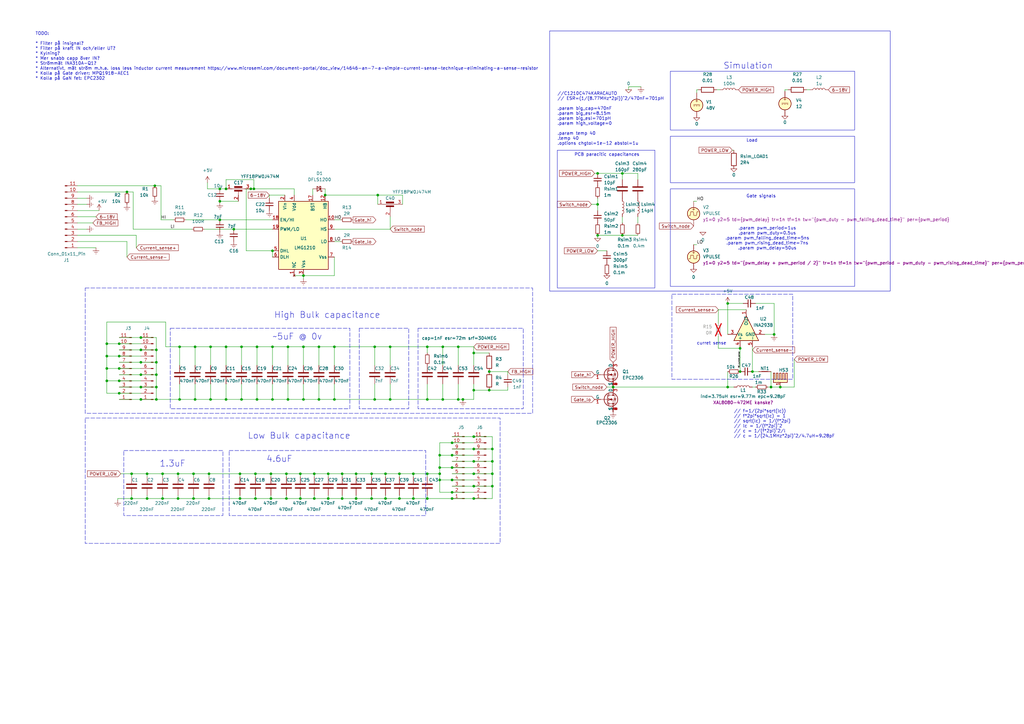
<source format=kicad_sch>
(kicad_sch (version 20231120) (generator "eeschema") (generator_version "8.0")
  (paper "A3")
  (title_block (date "%%date%%") (rev "%%version%%"))
  (junction (at 130.81 163.83))
  (junction (at 320.04 158.75))
  (junction (at 316.23 158.75))
  (junction (at 134.62 194.31))
  (junction (at 52.07 78.74))
  (junction (at 57.785 143.51))
  (junction (at 140.335 194.31))
  (junction (at 118.11 142.24))
  (junction (at 185.42 186.69))
  (junction (at 194.31 144.78))
  (junction (at 99.06 163.83))
  (junction (at 48.895 146.05))
  (junction (at 303.53 152.4))
  (junction (at 185.42 181.61))
  (junction (at 85.725 194.31))
  (junction (at 73.66 163.83))
  (junction (at 86.36 142.24))
  (junction (at 64.135 153.67))
  (junction (at 251.46 158.75))
  (junction (at 128.905 194.31))
  (junction (at 200.66 152.4))
  (junction (at 118.11 163.83))
  (junction (at 117.475 204.47))
  (junction (at 169.545 194.31))
  (junction (at 66.675 194.31))
  (junction (at 163.83 204.47))
  (junction (at 153.67 163.83))
  (junction (at 255.27 71.12))
  (junction (at 48.895 156.21))
  (junction (at 86.36 163.83))
  (junction (at 201.93 194.31))
  (junction (at 90.17 77.47))
  (junction (at 64.135 143.51))
  (junction (at 111.76 102.87))
  (junction (at 245.11 71.12))
  (junction (at 180.34 194.31))
  (junction (at 43.815 156.21))
  (junction (at 169.545 204.47))
  (junction (at 137.16 142.24))
  (junction (at 64.135 163.83))
  (junction (at 194.31 184.15))
  (junction (at 194.31 189.23))
  (junction (at 163.83 194.31))
  (junction (at 60.325 194.31))
  (junction (at 111.125 194.31))
  (junction (at 124.46 163.83))
  (junction (at 152.4 194.31))
  (junction (at 73.66 142.24))
  (junction (at 80.01 142.24))
  (junction (at 92.71 142.24))
  (junction (at 201.93 184.15))
  (junction (at 308.61 152.4))
  (junction (at 104.775 194.31))
  (junction (at 48.895 140.97))
  (junction (at 317.5 137.16))
  (junction (at 158.115 194.31))
  (junction (at 123.19 204.47))
  (junction (at 255.27 96.52))
  (junction (at 154.94 80.01))
  (junction (at 102.87 77.47))
  (junction (at 130.81 142.24))
  (junction (at 175.26 163.83))
  (junction (at 104.14 77.47))
  (junction (at 98.425 194.31))
  (junction (at 90.17 90.17))
  (junction (at 189.865 163.83))
  (junction (at 128.905 204.47))
  (junction (at 90.17 82.55))
  (junction (at 134.62 204.47))
  (junction (at 79.375 194.31))
  (junction (at 200.66 160.02))
  (junction (at 43.815 151.13))
  (junction (at 73.025 204.47))
  (junction (at 111.125 204.47))
  (junction (at 99.06 142.24))
  (junction (at 194.31 199.39))
  (junction (at 137.16 163.83))
  (junction (at 104.775 204.47))
  (junction (at 105.41 142.24))
  (junction (at 160.02 163.83))
  (junction (at 187.96 142.24))
  (junction (at 185.42 196.85))
  (junction (at 245.11 83.82))
  (junction (at 64.135 148.59))
  (junction (at 57.785 158.75))
  (junction (at 66.675 204.47))
  (junction (at 92.71 77.47))
  (junction (at 194.31 204.47))
  (junction (at 63.5 76.2))
  (junction (at 57.785 153.67))
  (junction (at 194.31 179.07))
  (junction (at 73.025 194.31))
  (junction (at 111.76 163.83))
  (junction (at 185.42 201.93))
  (junction (at 80.01 163.83))
  (junction (at 201.93 189.23))
  (junction (at 60.325 204.47))
  (junction (at 95.885 93.98))
  (junction (at 133.35 80.01))
  (junction (at 175.26 194.31))
  (junction (at 185.42 204.47))
  (junction (at 105.41 163.83))
  (junction (at 57.785 138.43))
  (junction (at 153.67 142.24))
  (junction (at 180.34 191.77))
  (junction (at 180.34 196.85))
  (junction (at 48.895 161.29))
  (junction (at 303.53 142.875))
  (junction (at 185.42 191.77))
  (junction (at 158.115 204.47))
  (junction (at 53.975 194.31))
  (junction (at 43.815 146.05))
  (junction (at 181.61 163.83))
  (junction (at 194.31 160.02))
  (junction (at 194.31 194.31))
  (junction (at 53.975 204.47))
  (junction (at 187.96 163.83))
  (junction (at 57.785 148.59))
  (junction (at 98.425 204.47))
  (junction (at 140.335 204.47))
  (junction (at 298.45 158.75))
  (junction (at 43.815 140.97))
  (junction (at 180.34 186.69))
  (junction (at 85.725 204.47))
  (junction (at 146.05 204.47))
  (junction (at 79.375 204.47))
  (junction (at 111.76 142.24))
  (junction (at 175.26 204.47))
  (junction (at 117.475 194.31))
  (junction (at 124.46 142.24))
  (junction (at 152.4 204.47))
  (junction (at 175.26 142.24))
  (junction (at 245.11 96.52))
  (junction (at 146.05 194.31))
  (junction (at 64.135 158.75))
  (junction (at 123.19 194.31))
  (junction (at 124.46 113.03))
  (junction (at 181.61 142.24))
  (junction (at 201.93 199.39))
  (junction (at 298.45 124.46))
  (junction (at 160.02 142.24))
  (junction (at 57.785 163.83))
  (junction (at 92.71 163.83))
  (junction (at 48.895 151.13))
  (wire (pts (xy 110.49 80.01) (xy 110.49 81.28)))
  (wire (pts (xy 48.26 205.105) (xy 48.26 204.47)))
  (wire (pts (xy 194.31 194.31) (xy 201.93 194.31)))
  (wire (pts (xy 308.61 152.4) (xy 311.15 152.4)))
  (wire (pts (xy 158.115 203.2) (xy 158.115 204.47)))
  (wire (pts (xy 57.785 158.75) (xy 64.135 158.75)))
  (wire (pts (xy 52.07 78.74) (xy 54.61 78.74)))
  (wire (pts (xy 48.895 163.83) (xy 57.785 163.83)))
  (wire (pts (xy 130.81 142.24) (xy 137.16 142.24)))
  (wire (pts (xy 105.41 163.83) (xy 111.76 163.83)))
  (wire (pts (xy 53.975 203.2) (xy 53.975 204.47)))
  (wire (pts (xy 86.36 157.48) (xy 86.36 163.83)))
  (wire (pts (xy 43.815 132.08) (xy 43.815 140.97)))
  (wire (pts (xy 175.26 142.24) (xy 181.61 142.24)))
  (wire (pts (xy 325.755 147.32) (xy 325.755 158.75)))
  (wire (pts (xy 194.31 144.78) (xy 200.66 144.78)))
  (wire (pts (xy 76.2 90.17) (xy 90.17 90.17)))
  (wire (pts (xy 85.725 194.31) (xy 98.425 194.31)))
  (wire (pts (xy 152.4 194.31) (xy 158.115 194.31)))
  (wire (pts (xy 85.725 204.47) (xy 79.375 204.47)))
  (wire (pts (xy 111.76 163.83) (xy 118.11 163.83)))
  (wire (pts (xy 194.31 157.48) (xy 194.31 160.02)))
  (wire (pts (xy 105.41 142.24) (xy 105.41 149.86)))
  (wire (pts (xy 303.53 142.875) (xy 303.53 152.4)))
  (wire (pts (xy 163.83 204.47) (xy 169.545 204.47)))
  (wire (pts (xy 180.34 181.61) (xy 185.42 181.61)))
  (wire (pts (xy 102.87 77.47) (xy 104.14 77.47)))
  (wire (pts (xy 185.42 181.61) (xy 194.31 181.61)))
  (wire (pts (xy 140.335 204.47) (xy 146.05 204.47)))
  (wire (pts (xy 90.17 90.17) (xy 111.76 90.17)))
  (wire (pts (xy 134.62 194.31) (xy 134.62 195.58)))
  (wire (pts (xy 57.785 153.67) (xy 64.135 153.67)))
  (wire (pts (xy 169.545 194.31) (xy 175.26 194.31)))
  (wire (pts (xy 187.96 142.24) (xy 194.31 142.24)))
  (wire (pts (xy 175.26 194.31) (xy 180.34 194.31)))
  (wire (pts (xy 180.34 186.69) (xy 180.34 181.61)))
  (wire (pts (xy 194.31 144.78) (xy 194.31 142.24)))
  (wire (pts (xy 80.01 157.48) (xy 80.01 163.83)))
  (wire (pts (xy 153.67 157.48) (xy 153.67 163.83)))
  (wire (pts (xy 208.28 153.67) (xy 208.28 152.4)))
  (wire (pts (xy 104.775 194.31) (xy 111.125 194.31)))
  (wire (pts (xy 165.1 83.82) (xy 165.1 80.01)))
  (wire (pts (xy 317.5 137.16) (xy 313.69 137.16)))
  (wire (pts (xy 99.06 142.24) (xy 105.41 142.24)))
  (wire (pts (xy 185.42 199.39) (xy 194.31 199.39)))
  (wire (pts (xy 180.34 201.93) (xy 185.42 201.93)))
  (wire (pts (xy 123.19 194.31) (xy 123.19 195.58)))
  (wire (pts (xy 92.71 157.48) (xy 92.71 163.83)))
  (wire (pts (xy 180.34 191.77) (xy 180.34 194.31)))
  (wire (pts (xy 158.115 194.31) (xy 158.115 195.58)))
  (wire (pts (xy 111.76 157.48) (xy 111.76 163.83)))
  (wire (pts (xy 105.41 142.24) (xy 111.76 142.24)))
  (wire (pts (xy 31.75 88.9) (xy 39.37 88.9)))
  (wire (pts (xy 251.46 158.75) (xy 298.45 158.75)))
  (wire (pts (xy 128.905 194.31) (xy 128.905 195.58)))
  (wire (pts (xy 99.06 163.83) (xy 105.41 163.83)))
  (wire (pts (xy 80.01 142.24) (xy 86.36 142.24)))
  (wire (pts (xy 48.895 156.21) (xy 57.785 156.21)))
  (wire (pts (xy 104.775 204.47) (xy 111.125 204.47)))
  (wire (pts (xy 111.125 204.47) (xy 117.475 204.47)))
  (wire (pts (xy 104.775 194.31) (xy 104.775 195.58)))
  (wire (pts (xy 60.325 194.31) (xy 60.325 195.58)))
  (wire (pts (xy 31.75 86.36) (xy 40.64 86.36)))
  (wire (pts (xy 285.75 82.55) (xy 284.48 82.55)))
  (wire (pts (xy 158.115 194.31) (xy 163.83 194.31)))
  (wire (pts (xy 153.67 163.83) (xy 160.02 163.83)))
  (wire (pts (xy 98.425 194.31) (xy 104.775 194.31)))
  (wire (pts (xy 104.14 73.66) (xy 104.14 77.47)))
  (wire (pts (xy 194.31 160.02) (xy 194.31 163.83)))
  (wire (pts (xy 303.53 142.24) (xy 303.53 142.875)))
  (wire (pts (xy 73.66 142.24) (xy 73.66 149.86)))
  (wire (pts (xy 309.88 158.75) (xy 308.61 158.75)))
  (wire (pts (xy 79.375 203.2) (xy 79.375 204.47)))
  (wire (pts (xy 79.375 194.31) (xy 79.375 195.58)))
  (wire (pts (xy 130.81 157.48) (xy 130.81 163.83)))
  (wire (pts (xy 43.815 146.05) (xy 48.895 146.05)))
  (wire (pts (xy 85.725 204.47) (xy 98.425 204.47)))
  (wire (pts (xy 43.815 151.13) (xy 43.815 156.21)))
  (wire (pts (xy 257.81 35.56) (xy 262.89 35.56)))
  (wire (pts (xy 298.45 152.4) (xy 298.45 158.75)))
  (wire (pts (xy 160.02 88.9) (xy 160.02 93.98)))
  (wire (pts (xy 64.135 163.83) (xy 73.66 163.83)))
  (wire (pts (xy 187.96 163.83) (xy 189.865 163.83)))
  (wire (pts (xy 185.42 186.69) (xy 194.31 186.69)))
  (wire (pts (xy 57.785 143.51) (xy 64.135 143.51)))
  (wire (pts (xy 133.35 80.01) (xy 154.94 80.01)))
  (wire (pts (xy 261.62 73.66) (xy 261.62 71.12)))
  (wire (pts (xy 43.815 140.97) (xy 48.895 140.97)))
  (wire (pts (xy 185.42 196.85) (xy 194.31 196.85)))
  (wire (pts (xy 185.42 194.31) (xy 194.31 194.31)))
  (wire (pts (xy 185.42 189.23) (xy 194.31 189.23)))
  (wire (pts (xy 285.75 100.33) (xy 284.48 100.33)))
  (wire (pts (xy 294.64 142.875) (xy 303.53 142.875)))
  (wire (pts (xy 163.83 194.31) (xy 163.83 195.58)))
  (wire (pts (xy 137.16 113.03) (xy 137.16 105.41)))
  (wire (pts (xy 160.02 142.24) (xy 175.26 142.24)))
  (wire (pts (xy 201.93 184.15) (xy 201.93 189.23)))
  (wire (pts (xy 43.815 156.21) (xy 48.895 156.21)))
  (wire (pts (xy 181.61 163.83) (xy 181.61 157.48)))
  (wire (pts (xy 100.965 77.47) (xy 102.87 77.47)))
  (wire (pts (xy 124.46 142.24) (xy 130.81 142.24)))
  (wire (pts (xy 31.75 101.6) (xy 39.37 101.6)))
  (wire (pts (xy 128.905 203.2) (xy 128.905 204.47)))
  (wire (pts (xy 163.83 194.31) (xy 169.545 194.31)))
  (wire (pts (xy 160.02 149.86) (xy 160.02 142.24)))
  (wire (pts (xy 153.67 149.86) (xy 153.67 142.24)))
  (wire (pts (xy 95.885 93.98) (xy 111.76 93.98)))
  (wire (pts (xy 128.905 204.47) (xy 134.62 204.47)))
  (wire (pts (xy 48.895 146.05) (xy 57.785 146.05)))
  (wire (pts (xy 194.31 199.39) (xy 201.93 199.39)))
  (wire (pts (xy 261.62 88.9) (xy 261.62 91.44)))
  (wire (pts (xy 100.965 102.87) (xy 111.76 102.87)))
  (wire (pts (xy 185.42 201.93) (xy 194.31 201.93)))
  (wire (pts (xy 80.01 142.24) (xy 80.01 149.86)))
  (wire (pts (xy 308.61 142.24) (xy 308.61 152.4)))
  (wire (pts (xy 73.66 157.48) (xy 73.66 163.83)))
  (wire (pts (xy 194.31 184.15) (xy 201.93 184.15)))
  (wire (pts (xy 111.76 142.24) (xy 118.11 142.24)))
  (wire (pts (xy 245.11 97.79) (xy 245.11 96.52)))
  (wire (pts (xy 123.19 203.2) (xy 123.19 204.47)))
  (wire (pts (xy 48.895 138.43) (xy 57.785 138.43)))
  (wire (pts (xy 123.19 194.31) (xy 128.905 194.31)))
  (wire (pts (xy 48.895 140.97) (xy 57.785 140.97)))
  (wire (pts (xy 130.81 163.83) (xy 137.16 163.83)))
  (wire (pts (xy 73.025 194.31) (xy 73.025 195.58)))
  (wire (pts (xy 85.09 77.47) (xy 90.17 77.47)))
  (wire (pts (xy 187.96 157.48) (xy 187.96 163.83)))
  (wire (pts (xy 120.65 113.03) (xy 124.46 113.03)))
  (wire (pts (xy 99.06 157.48) (xy 99.06 163.83)))
  (wire (pts (xy 53.975 204.47) (xy 60.325 204.47)))
  (wire (pts (xy 194.31 160.02) (xy 200.66 160.02)))
  (wire (pts (xy 140.335 194.31) (xy 146.05 194.31)))
  (wire (pts (xy 137.16 157.48) (xy 137.16 163.83)))
  (wire (pts (xy 116.84 80.01) (xy 110.49 80.01)))
  (wire (pts (xy 140.335 203.2) (xy 140.335 204.47)))
  (wire (pts (xy 160.02 157.48) (xy 160.02 163.83)))
  (wire (pts (xy 118.11 142.24) (xy 124.46 142.24)))
  (wire (pts (xy 90.17 82.55) (xy 97.79 82.55)))
  (wire (pts (xy 175.26 204.47) (xy 185.42 204.47)))
  (wire (pts (xy 73.66 142.24) (xy 80.01 142.24)))
  (wire (pts (xy 49.53 194.31) (xy 53.975 194.31)))
  (wire (pts (xy 152.4 194.31) (xy 152.4 195.58)))
  (wire (pts (xy 92.71 163.83) (xy 99.06 163.83)))
  (wire (pts (xy 60.325 204.47) (xy 66.675 204.47)))
  (wire (pts (xy 180.34 196.85) (xy 185.42 196.85)))
  (wire (pts (xy 133.35 77.47) (xy 133.35 80.01)))
  (wire (pts (xy 169.545 203.2) (xy 169.545 204.47)))
  (wire (pts (xy 111.76 142.24) (xy 111.76 149.86)))
  (wire (pts (xy 248.92 102.87) (xy 245.11 102.87)))
  (wire (pts (xy 294.64 137.795) (xy 294.64 142.875)))
  (wire (pts (xy 64.135 143.51) (xy 64.135 148.59)))
  (wire (pts (xy 92.71 142.24) (xy 99.06 142.24)))
  (wire (pts (xy 200.66 152.4) (xy 208.28 152.4)))
  (wire (pts (xy 53.975 194.31) (xy 53.975 195.58)))
  (wire (pts (xy 316.23 152.4) (xy 316.23 158.75)))
  (wire (pts (xy 78.74 93.98) (xy 54.61 93.98)))
  (wire (pts (xy 180.34 191.77) (xy 180.34 186.69)))
  (wire (pts (xy 175.26 142.24) (xy 175.26 144.78)))
  (wire (pts (xy 200.66 160.02) (xy 208.28 160.02)))
  (wire (pts (xy 67.945 132.08) (xy 67.945 142.24)))
  (wire (pts (xy 124.46 113.03) (xy 137.16 113.03)))
  (wire (pts (xy 98.425 203.2) (xy 98.425 204.47)))
  (wire (pts (xy 64.135 143.51) (xy 64.135 138.43)))
  (wire (pts (xy 31.75 99.06) (xy 52.07 99.06)))
  (wire (pts (xy 300.355 61.595) (xy 300.99 61.595)))
  (wire (pts (xy 201.93 199.39) (xy 201.93 194.31)))
  (wire (pts (xy 100.965 77.47) (xy 100.965 102.87)))
  (wire (pts (xy 123.19 204.47) (xy 128.905 204.47)))
  (wire (pts (xy 194.31 204.47) (xy 201.93 204.47)))
  (wire (pts (xy 99.06 149.86) (xy 99.06 142.24)))
  (wire (pts (xy 92.71 77.47) (xy 92.71 73.66)))
  (wire (pts (xy 80.01 163.83) (xy 86.36 163.83)))
  (wire (pts (xy 43.815 161.29) (xy 43.815 156.21)))
  (wire (pts (xy 67.945 142.24) (xy 73.66 142.24)))
  (wire (pts (xy 31.75 76.2) (xy 63.5 76.2)))
  (wire (pts (xy 286.385 36.83) (xy 285.75 36.83)))
  (wire (pts (xy 111.125 194.31) (xy 111.125 195.58)))
  (wire (pts (xy 185.42 179.07) (xy 194.31 179.07)))
  (wire (pts (xy 146.05 204.47) (xy 152.4 204.47)))
  (wire (pts (xy 66.675 203.2) (xy 66.675 204.47)))
  (wire (pts (xy 98.425 204.47) (xy 104.775 204.47)))
  (wire (pts (xy 48.26 204.47) (xy 53.975 204.47)))
  (wire (pts (xy 43.815 161.29) (xy 48.895 161.29)))
  (wire (pts (xy 73.66 163.83) (xy 80.01 163.83)))
  (wire (pts (xy 180.34 196.85) (xy 180.34 194.31)))
  (wire (pts (xy 57.785 148.59) (xy 64.135 148.59)))
  (wire (pts (xy 201.93 184.15) (xy 201.93 179.07)))
  (wire (pts (xy 160.02 163.83) (xy 175.26 163.83)))
  (wire (pts (xy 316.23 158.75) (xy 320.04 158.75)))
  (wire (pts (xy 118.11 163.83) (xy 124.46 163.83)))
  (wire (pts (xy 134.62 203.2) (xy 134.62 204.47)))
  (wire (pts (xy 169.545 204.47) (xy 175.26 204.47)))
  (wire (pts (xy 60.325 203.2) (xy 60.325 204.47)))
  (wire (pts (xy 152.4 204.47) (xy 158.115 204.47)))
  (wire (pts (xy 90.17 82.55) (xy 90.17 83.185)))
  (wire (pts (xy 48.895 151.13) (xy 57.785 151.13)))
  (wire (pts (xy 43.815 146.05) (xy 43.815 140.97)))
  (wire (pts (xy 134.62 194.31) (xy 140.335 194.31)))
  (wire (pts (xy 163.83 203.2) (xy 163.83 204.47)))
  (wire (pts (xy 181.61 142.24) (xy 181.61 149.86)))
  (wire (pts (xy 64.135 148.59) (xy 64.135 153.67)))
  (wire (pts (xy 255.27 73.66) (xy 255.27 71.12)))
  (wire (pts (xy 294.005 36.83) (xy 295.275 36.83)))
  (wire (pts (xy 139.7 90.17) (xy 137.16 90.17)))
  (wire (pts (xy 66.04 90.17) (xy 71.12 90.17)))
  (wire (pts (xy 294.64 127) (xy 306.07 127)))
  (wire (pts (xy 245.11 83.82) (xy 245.11 81.28)))
  (wire (pts (xy 137.16 93.98) (xy 160.02 93.98)))
  (wire (pts (xy 52.07 99.06) (xy 52.07 105.41)))
  (wire (pts (xy 104.14 77.47) (xy 120.65 77.47)))
  (wire (pts (xy 185.42 184.15) (xy 194.31 184.15)))
  (wire (pts (xy 43.815 151.13) (xy 48.895 151.13)))
  (wire (pts (xy 64.135 158.75) (xy 64.135 163.83)))
  (wire (pts (xy 66.675 194.31) (xy 66.675 195.58)))
  (wire (pts (xy 31.75 93.98) (xy 35.56 93.98)))
  (wire (pts (xy 120.65 80.01) (xy 120.65 77.47)))
  (wire (pts (xy 194.31 189.23) (xy 201.93 189.23)))
  (wire (pts (xy 181.61 142.24) (xy 187.96 142.24)))
  (wire (pts (xy 187.96 149.86) (xy 187.96 142.24)))
  (wire (pts (xy 261.62 71.12) (xy 255.27 71.12)))
  (wire (pts (xy 242.57 83.82) (xy 245.11 83.82)))
  (wire (pts (xy 185.42 204.47) (xy 194.31 204.47)))
  (wire (pts (xy 117.475 194.31) (xy 123.19 194.31)))
  (wire (pts (xy 53.975 194.31) (xy 60.325 194.31)))
  (wire (pts (xy 137.16 149.86) (xy 137.16 142.24)))
  (wire (pts (xy 320.04 158.115) (xy 320.04 158.75)))
  (wire (pts (xy 117.475 194.31) (xy 117.475 195.58)))
  (wire (pts (xy 63.5 76.2) (xy 66.04 76.2)))
  (wire (pts (xy 180.34 186.69) (xy 185.42 186.69)))
  (wire (pts (xy 66.675 204.47) (xy 73.025 204.47)))
  (wire (pts (xy 73.025 194.31) (xy 79.375 194.31)))
  (wire (pts (xy 48.895 153.67) (xy 57.785 153.67)))
  (wire (pts (xy 55.88 96.52) (xy 31.75 96.52)))
  (wire (pts (xy 118.11 142.24) (xy 118.11 149.86)))
  (wire (pts (xy 111.125 203.2) (xy 111.125 204.47)))
  (wire (pts (xy 298.45 158.75) (xy 300.99 158.75)))
  (wire (pts (xy 152.4 203.2) (xy 152.4 204.47)))
  (wire (pts (xy 48.895 143.51) (xy 57.785 143.51)))
  (wire (pts (xy 294.64 127) (xy 294.64 132.715)))
  (wire (pts (xy 124.46 142.24) (xy 124.46 149.86)))
  (wire (pts (xy 180.34 191.77) (xy 185.42 191.77)))
  (wire (pts (xy 175.26 157.48) (xy 175.26 163.83)))
  (wire (pts (xy 43.815 151.13) (xy 43.815 146.05)))
  (wire (pts (xy 180.34 201.93) (xy 180.34 196.85)))
  (wire (pts (xy 73.025 203.2) (xy 73.025 204.47)))
  (wire (pts (xy 85.09 74.93) (xy 85.09 77.47)))
  (wire (pts (xy 66.04 76.2) (xy 66.04 90.17)))
  (wire (pts (xy 175.26 163.83) (xy 181.61 163.83)))
  (wire (pts (xy 92.71 142.24) (xy 92.71 149.86)))
  (wire (pts (xy 57.785 163.83) (xy 64.135 163.83)))
  (wire (pts (xy 320.04 158.75) (xy 325.755 158.75)))
  (wire (pts (xy 248.92 158.75) (xy 251.46 158.75)))
  (wire (pts (xy 86.36 142.24) (xy 86.36 149.86)))
  (wire (pts (xy 169.545 194.31) (xy 169.545 195.58)))
  (wire (pts (xy 85.725 194.31) (xy 85.725 195.58)))
  (wire (pts (xy 134.62 204.47) (xy 140.335 204.47)))
  (wire (pts (xy 245.11 83.82) (xy 245.11 86.36)))
  (wire (pts (xy 321.945 36.83) (xy 321.945 37.465)))
  (wire (pts (xy 330.835 36.83) (xy 332.105 36.83)))
  (wire (pts (xy 124.46 157.48) (xy 124.46 163.83)))
  (wire (pts (xy 323.215 36.83) (xy 321.945 36.83)))
  (wire (pts (xy 245.11 71.12) (xy 255.27 71.12)))
  (wire (pts (xy 137.16 163.83) (xy 153.67 163.83)))
  (wire (pts (xy 257.81 36.83) (xy 257.81 35.56)))
  (wire (pts (xy 255.27 96.52) (xy 245.11 96.52)))
  (wire (pts (xy 255.27 96.52) (xy 261.62 96.52)))
  (wire (pts (xy 317.5 124.46) (xy 317.5 137.16)))
  (wire (pts (xy 48.895 148.59) (xy 57.785 148.59)))
  (wire (pts (xy 48.895 158.75) (xy 57.785 158.75)))
  (wire (pts (xy 201.93 189.23) (xy 201.93 194.31)))
  (wire (pts (xy 201.93 199.39) (xy 201.93 204.47)))
  (wire (pts (xy 124.46 163.83) (xy 130.81 163.83)))
  (wire (pts (xy 111.76 102.87) (xy 111.76 105.41)))
  (wire (pts (xy 31.75 78.74) (xy 52.07 78.74)))
  (wire (pts (xy 55.88 101.6) (xy 55.88 96.52)))
  (wire (pts (xy 104.775 203.2) (xy 104.775 204.47)))
  (wire (pts (xy 67.945 132.08) (xy 43.815 132.08)))
  (wire (pts (xy 85.725 194.31) (xy 79.375 194.31)))
  (wire (pts (xy 31.75 91.44) (xy 38.1 91.44)))
  (wire (pts (xy 105.41 157.48) (xy 105.41 163.83)))
  (wire (pts (xy 146.05 194.31) (xy 146.05 195.58)))
  (wire (pts (xy 189.865 163.83) (xy 194.31 163.83)))
  (wire (pts (xy 57.785 138.43) (xy 64.135 138.43)))
  (wire (pts (xy 128.905 194.31) (xy 134.62 194.31)))
  (wire (pts (xy 85.725 203.2) (xy 85.725 204.47)))
  (wire (pts (xy 60.325 194.31) (xy 66.675 194.31)))
  (wire (pts (xy 140.335 194.31) (xy 140.335 195.58)))
  (wire (pts (xy 118.11 157.48) (xy 118.11 163.83)))
  (wire (pts (xy 90.17 77.47) (xy 92.71 77.47)))
  (wire (pts (xy 243.84 71.12) (xy 245.11 71.12)))
  (wire (pts (xy 185.42 191.77) (xy 194.31 191.77)))
  (wire (pts (xy 194.31 149.86) (xy 194.31 144.78)))
  (wire (pts (xy 130.81 149.86) (xy 130.81 142.24)))
  (wire (pts (xy 175.26 203.2) (xy 175.26 204.47)))
  (wire (pts (xy 309.88 124.46) (xy 317.5 124.46)))
  (wire (pts (xy 153.67 142.24) (xy 160.02 142.24)))
  (wire (pts (xy 64.135 158.75) (xy 64.135 153.67)))
  (wire (pts (xy 31.75 81.28) (xy 35.56 81.28)))
  (wire (pts (xy 298.45 124.46) (xy 298.45 137.16)))
  (wire (pts (xy 111.125 194.31) (xy 117.475 194.31)))
  (wire (pts (xy 139.7 99.06) (xy 137.16 99.06)))
  (wire (pts (xy 92.71 73.66) (xy 104.14 73.66)))
  (wire (pts (xy 73.025 204.47) (xy 79.375 204.47)))
  (wire (pts (xy 83.82 93.98) (xy 95.885 93.98)))
  (wire (pts (xy 208.28 158.75) (xy 208.28 160.02)))
  (wire (pts (xy 48.895 161.29) (xy 57.785 161.29)))
  (wire (pts (xy 158.115 204.47) (xy 163.83 204.47)))
  (wire (pts (xy 98.425 194.31) (xy 98.425 195.58)))
  (wire (pts (xy 117.475 204.47) (xy 117.475 203.2)))
  (wire (pts (xy 31.75 83.82) (xy 35.56 83.82)))
  (wire (pts (xy 314.96 158.75) (xy 316.23 158.75)))
  (wire (pts (xy 66.675 194.31) (xy 73.025 194.31)))
  (wire (pts (xy 175.26 194.31) (xy 175.26 195.58)))
  (wire (pts (xy 124.46 113.03) (xy 124.46 114.3)))
  (wire (pts (xy 298.45 124.46) (xy 304.8 124.46)))
  (wire (pts (xy 255.27 88.9) (xy 255.27 91.44)))
  (wire (pts (xy 285.75 36.83) (xy 285.75 38.1)))
  (wire (pts (xy 194.31 179.07) (xy 201.93 179.07)))
  (wire (pts (xy 146.05 194.31) (xy 152.4 194.31)))
  (wire (pts (xy 137.16 142.24) (xy 153.67 142.24)))
  (wire (pts (xy 165.1 80.01) (xy 154.94 80.01)))
  (wire (pts (xy 154.94 80.01) (xy 154.94 83.82)))
  (wire (pts (xy 128.27 77.47) (xy 128.27 80.01)))
  (wire (pts (xy 181.61 163.83) (xy 187.96 163.83)))
  (wire (pts (xy 86.36 163.83) (xy 92.71 163.83)))
  (wire (pts (xy 86.36 142.24) (xy 92.71 142.24)))
  (wire (pts (xy 117.475 204.47) (xy 123.19 204.47)))
  (wire (pts (xy 146.05 203.2) (xy 146.05 204.47)))
  (wire (pts (xy 54.61 78.74) (xy 54.61 93.98)))
  (rectangle (start 147.32 134.62) (end 167.64 167.64) (stroke (width 0) (type dash)))
  (rectangle (start 34.925 171.45) (end 205.105 222.885) (stroke (width 0) (type dash)))
  (rectangle (start 228.6 61.595) (end 268.605 118.11))
  (rectangle (start 274.955 55.88) (end 350.52 74.93))
  (rectangle (start 274.955 29.21) (end 350.52 53.34))
  (rectangle (start 274.955 77.47) (end 350.52 117.475))
  (rectangle (start 93.98 184.785) (end 174.625 211.455) (stroke (width 0) (type dash)))
  (rectangle (start 225.425 12.7) (end 365.125 119.38))
  (rectangle (start 69.85 134.62) (end 143.51 167.64) (stroke (width 0) (type dash)))
  (rectangle (start 275.59 120.65) (end 325.12 155.575) (stroke (width 0) (type dash)))
  (rectangle (start 50.8 184.785) (end 91.44 211.455) (stroke (width 0) (type dash)))
  (rectangle (start 34.925 118.11) (end 218.44 169.545) (stroke (width 0) (type dash)))
  (rectangle (start 171.45 134.62) (end 214.63 167.64) (stroke (width 0) (type dash)))
  (text "PCB paracitic capacitances" (at 248.92 63.5 0) (effects (font (size 1.27 1.27))))
  (text "TODO:\n\n* Filter på insignal?\n* Filter på kraft IN och/eller UT?\n* Kylning?\n* Mer snabb capp över IN?\n* Strömmät INA310A-Q1?\n* Alternativt, mät ström m.h.a. loss less inductor current measurement https://www.microsemi.com/document-portal/doc_view/14646-an-7-a-simple-current-sense-technique-eliminating-a-sense-resistor\n* Kolla på Gate driver: MPQ1918-AEC1\n* Kolla på GaN fet: EPC2302" (at 14.478 33.02 0) (effects (font (size 1.27 1.27)) (justify left bottom)))
  (text "//C1210C474KARACAUTO\n// ESR=(1/(8.77MHz*2pi))^2/470nF=701pH\n\n.param big_cap=${7a8d9f2c-4859-4fed-a3f0-f1a5f6e44203:VALUE}\n.param big_esr=8.15m\n.param big_esl=701pH\n.param high_voltage=0\n\n.param temp 40\n.temp 40\n.options chgtol=1e-12 abstol=1u" (at 228.6 59.69 0) (effects (font (size 1.27 1.27)) (justify left bottom)))
  (text "High Bulk capacitance" (at 112.395 130.81 0) (effects (font (size 2.54 2.54)) (justify left bottom)))
  (text "Simulation" (at 296.672 28.575 0) (effects (font (size 2.54 2.54)) (justify left bottom)))
  (text "4.6uF" (at 109.22 189.865 0) (effects (font (size 2.54 2.54)) (justify left bottom)))
  (text "Gate signals" (at 306.07 81.28 0) (effects (font (size 1.27 1.27)) (justify left bottom)))
  (text "curret sense\n" (at 285.75 141.605 0) (effects (font (size 1.27 1.27)) (justify left bottom)))
  (text "~5uF @ 0v" (at 111.76 139.7 0) (effects (font (size 2.54 2.54)) (justify left bottom)))
  (text "Low Bulk capacitance" (at 101.6 180.34 0) (effects (font (size 2.54 2.54)) (justify left bottom)))
  (text "Load" (at 306.07 58.42 0) (effects (font (size 1.27 1.27)) (justify left bottom)))
  (text ".param pwm_period=1us\n.param pwm_duty=0.5us\n.param pwm_falling_dead_time=5ns\n.param pwm_rising_dead_time=7ns\n.param pwm_delay=50us" (at 314.706 97.79 0) (effects (font (size 1.27 1.27))))
  (text "1.3uF" (at 65.405 191.77 0) (effects (font (size 2.54 2.54)) (justify left bottom)))
  (text "// f=1/(2pi*sqrt(lc))\n// f*2pi*sqrt(lc) = 1\n// sqrt(lc) = 1/(f*2pi)\n// lc = 1/(f*2pi)^2\n// c = 1/(f*2pi)^2/l\n// c = 1/(24.1MHz*2pi)^2/4.7uH=9.28pF" (at 300.99 179.705 0) (effects (font (size 1.27 1.27)) (justify left bottom)))
  (label "HO" (at 285.75 82.55 0))
  (label "LO" (at 137.16 99.06 0))
  (label "RC_current_sense" (at 303.53 144.145 270) (effects (font (size 0.5 0.5))))
  (label "LI" (at 69.85 93.98 0))
  (label "LO" (at 285.75 100.33 0))
  (label "HO" (at 137.16 90.17 0))
  (label "HI" (at 66.04 90.17 0))
  (global_label "Current_sense+" (shape input) (at 294.64 127 180) (property "Intersheetrefs" "${INTERSHEET_REFS}" (effects (hide yes))))
  (global_label "Switch_node" (shape input) (at 248.92 158.75 180) (property "Intersheetrefs" "${INTERSHEET_REFS}" (effects (hide yes))))
  (global_label "POWER_HIGH" (shape input) (at 243.84 71.12 180) (property "Intersheetrefs" "${INTERSHEET_REFS}" (effects (hide yes))))
  (global_label "Current_sense-" (shape input) (at 308.61 143.51 0) (property "Intersheetrefs" "${INTERSHEET_REFS}" (effects (hide yes))))
  (global_label "Switch_node" (shape input) (at 242.57 83.82 180) (property "Intersheetrefs" "${INTERSHEET_REFS}" (effects (hide yes))))
  (global_label "POWER_LOW" (shape input) (at 49.53 194.31 180) (property "Intersheetrefs" "${INTERSHEET_REFS}" (effects (hide yes))))
  (global_label "POWER_HIGH" (shape input) (at 302.895 36.83 0) (property "Intersheetrefs" "${INTERSHEET_REFS}" (effects (hide yes))))
  (global_label "Gate_hi" (shape output) (at 144.78 90.17 0) (property "Intersheetrefs" "${INTERSHEET_REFS}" (effects (hide yes))))
  (global_label "POWER_HIGH" (shape input) (at 251.46 148.59 90) (property "Intersheetrefs" "${INTERSHEET_REFS}" (effects (hide yes))))
  (global_label "6-18V" (shape input) (at 39.37 88.9 0) (property "Intersheetrefs" "${INTERSHEET_REFS}" (effects (hide yes))))
  (global_label "Current_sense-" (shape input) (at 52.07 105.41 0) (property "Intersheetrefs" "${INTERSHEET_REFS}" (effects (hide yes))))
  (global_label "Switch_node" (shape input) (at 160.02 93.98 0) (property "Intersheetrefs" "${INTERSHEET_REFS}" (effects (hide yes))))
  (global_label "Gate_lo" (shape input) (at 243.84 163.83 180) (property "Intersheetrefs" "${INTERSHEET_REFS}" (effects (hide yes))))
  (global_label "6-18V" (shape input) (at 339.725 36.83 0) (property "Intersheetrefs" "${INTERSHEET_REFS}" (effects (hide yes))))
  (global_label "Current_sense+" (shape input) (at 55.88 101.6 0) (property "Intersheetrefs" "${INTERSHEET_REFS}" (effects (hide yes))))
  (global_label "POWER_LOW" (shape input) (at 300.355 61.595 180) (property "Intersheetrefs" "${INTERSHEET_REFS}" (effects (hide yes))))
  (global_label "Switch_node" (shape input) (at 284.48 92.71 180) (property "Intersheetrefs" "${INTERSHEET_REFS}" (effects (hide yes))))
  (global_label "POWER_LOW" (shape input) (at 325.755 147.32 0) (property "Intersheetrefs" "${INTERSHEET_REFS}" (effects (hide yes))))
  (global_label "Gate_lo" (shape output) (at 144.78 99.06 0) (property "Intersheetrefs" "${INTERSHEET_REFS}" (effects (hide yes))))
  (global_label "Gate_hi" (shape input) (at 243.84 153.67 180) (property "Intersheetrefs" "${INTERSHEET_REFS}" (effects (hide yes))))
  (global_label "FB_HIGH" (shape input) (at 208.28 152.4 0) (property "Intersheetrefs" "${INTERSHEET_REFS}" (effects (hide yes))))
  (global_label "POWER_LOW" (shape input) (at 245.11 102.87 180) (property "Intersheetrefs" "${INTERSHEET_REFS}" (effects (hide yes))))
  (global_label "6-18V" (shape input) (at 110.49 80.01 180) (property "Intersheetrefs" "${INTERSHEET_REFS}" (effects (hide yes))))
  (global_label "FB_HIGH" (shape input) (at 38.1 91.44 0) (property "Intersheetrefs" "${INTERSHEET_REFS}" (effects (hide yes))))
  (global_label "POWER_HIGH" (shape input) (at 194.31 142.24 0) (property "Intersheetrefs" "${INTERSHEET_REFS}" (effects (hide yes))))
  (symbol (lib_id "Simulation_SPICE:0") (at 300.99 69.215 0) (unit 1)
    (property "Reference" "#GND02" (effects (hide yes)))
    (property "Value" "0" (at 300.99 71.755 0))
  )
  (symbol (lib_id "Mechanical:Heatsink_Pad") (at 320.04 155.575 0) (unit 1) (exclude_from_sim yes)
    (property "Reference" "HS3" (at 319.405 151.765 0) (effects (justify left)))
    (property "Value" "Heatsink_Pad" (effects (hide yes)))
    (property "Footprint" "Library:Heatsink_SMD_Chamfered_5.2x5.2mm" (effects (hide yes)))
  )
  (symbol (lib_id "Device:C") (at 98.425 199.39 0) (unit 1)
    (property "Reference" "C14" (at 98.425 196.85 0) (effects (justify left)))
    (property "Value" "470nF" (at 95.25 206.375 0) (effects (justify left)))
    (property "Footprint" "Capacitor_SMD:C_1210_3225Metric" (effects (hide yes)))
    (property "Sim.Device" "SUBCKT" (effects (hide yes)))
    (property "Sim.Library" "/home/albin/hw-half-bridge/sim/albins_lib.lib" (effects (hide yes)))
    (property "Sim.Name" "C1210C474KARACAUTO7210_albin" (effects (hide yes)))
    (property "Sim.Pins" "1=1 2=4" (effects (hide yes)))
  )
  (symbol (lib_id "Device:R_Small") (at 245.11 93.98 0) (unit 1) (in_bom no) (on_board no)
    (property "Reference" "Rsim2" (at 247.65 92.7099 0) (effects (justify left)))
    (property "Value" "1m" (at 247.65 95.2499 0) (effects (justify left)))
    (property "Description" "Resistor, small symbol" (effects (hide yes)))
  )
  (symbol (lib_id "Device:C_Small") (at 95.885 96.52 0) (unit 1) (exclude_from_sim yes)
    (property "Reference" "C16" (at 93.98 102.87 0) (effects (justify left)))
    (property "Value" "?pF" (at 93.345 92.71 0) (effects (justify left)))
    (property "Footprint" "Capacitor_SMD:C_0402_1005Metric_Pad0.74x0.62mm_HandSolder" (effects (hide yes)))
  )
  (symbol (lib_id "Device:C") (at 104.775 199.39 0) (unit 1)
    (property "Reference" "C18" (at 104.775 196.85 0) (effects (justify left)))
    (property "Value" "470nF" (at 101.6 208.915 0) (effects (justify left)))
    (property "Footprint" "Capacitor_SMD:C_1210_3225Metric" (effects (hide yes)))
    (property "Sim.Device" "SUBCKT" (effects (hide yes)))
    (property "Sim.Library" "/home/albin/hw-half-bridge/sim/albins_lib.lib" (effects (hide yes)))
    (property "Sim.Name" "C1210C474KARACAUTO7210_albin" (effects (hide yes)))
    (property "Sim.Pins" "1=1 2=4" (effects (hide yes)))
  )
  (symbol (lib_id "power:+5V") (at 85.09 74.93 0) (unit 1)
    (property "Reference" "#PWR05" (effects (hide yes)))
    (property "Value" "+5V" (at 85.09 69.85 0))
    (property "Sim.Device" "V" (effects (hide yes)))
    (property "Sim.Type" "DC" (effects (hide yes)))
    (property "Sim.Pins" "1=+" (effects (hide yes)))
    (property "Sim.Params" "dc=5" (effects (hide yes)))
  )
  (symbol (lib_id "Device:C_Small") (at 245.11 88.9 0) (unit 1) (in_bom no) (on_board no)
    (property "Reference" "Csim2" (at 247.65 87.6362 0) (effects (justify left)))
    (property "Value" "50pF" (at 247.65 90.1762 0) (effects (justify left)))
    (property "Description" "Unpolarized capacitor, small symbol" (effects (hide yes)))
  )
  (symbol (lib_id "Device:R") (at 290.195 36.83 90) (unit 1) (in_bom no) (on_board no)
    (property "Reference" "R28" (at 290.195 30.48 90))
    (property "Value" "0.01" (at 290.195 33.02 90))
    (property "Sim.Device" "R" (effects (hide yes)))
    (property "Sim.Pins" "1=+ 2=-" (effects (hide yes)))
  )
  (symbol (lib_id "Device:C") (at 160.02 153.67 0) (unit 1)
    (property "Reference" "C34" (at 160.02 151.13 0) (effects (justify left)))
    (property "Value" "?nF" (at 160.02 156.21 0) (effects (justify left)))
    (property "Footprint" "Capacitor_SMD:C_0805_2012Metric" (effects (hide yes)))
    (property "Sim.Device" "SUBCKT" (effects (hide yes)))
    (property "Sim.Library" "/home/albin/hw-half-bridge/sim/albins_lib.lib" (effects (hide yes)))
    (property "Sim.Name" "C1210C474KARACAUTO7210_albin" (effects (hide yes)))
    (property "Sim.Pins" "1=1 2=4" (effects (hide yes)))
  )
  (symbol (lib_id "Device:C_Small") (at 248.92 105.41 0) (unit 1) (in_bom no) (on_board no)
    (property "Reference" "Csim5" (at 251.46 104.1462 0) (effects (justify left)))
    (property "Value" "300pF" (at 251.46 106.6862 0) (effects (justify left)))
    (property "Description" "Unpolarized capacitor, small symbol" (effects (hide yes)))
  )
  (symbol (lib_id "Device:R_Small") (at 312.42 158.75 90) (unit 1) (in_bom no) (on_board no)
    (property "Reference" "R33" (at 312.42 160.655 90))
    (property "Value" "1m" (at 311.15 156.845 90))
    (property "Footprint" "Resistor_SMD:R_1206_3216Metric" (effects (hide yes)))
  )
  (symbol (lib_id "Connector:Conn_01x11_Pin") (at 62.865 151.13 180) (unit 1) (exclude_from_sim yes)
    (property "Reference" "J4" (at 59.055 134.62 0) (effects (justify right)))
    (property "Value" "Conn_01x11_Pin" (effects (hide yes)))
    (property "Footprint" "Connector_PinHeader_2.54mm:PinHeader_1x11_P2.54mm_Vertical" (effects (hide yes)))
  )
  (symbol (lib_id "power:Earth") (at 90.17 95.25 0) (unit 1)
    (property "Reference" "#PWR07" (effects (hide yes)))
    (property "Value" "Earth" (effects (hide yes)))
  )
  (symbol (lib_id "Device:D_Schottky_Small") (at 130.81 77.47 180) (unit 1) (exclude_from_sim yes)
    (property "Reference" "D1" (at 131.064 71.12 0))
    (property "Value" "DFLS1200" (at 131.064 73.66 0))
    (property "Footprint" "Diode_SMD:D_PowerDI-123" (effects (hide yes)))
    (property "Sim.Library" "/home/albin/hw-half-bridge/sim/Diodes/DFLS1200.spice.txt" (effects (hide yes)))
    (property "Sim.Name" "DI_DFLS1200" (effects (hide yes)))
    (property "Sim.Device" "D" (effects (hide yes)))
    (property "Sim.Pins" "1=K 2=A" (effects (hide yes)))
    (property "Sim.Params" "temp=50" (effects (hide yes)))
  )
  (symbol (lib_id "Device:L") (at 299.085 36.83 90) (unit 1) (in_bom no) (on_board no)
    (property "Reference" "L3" (at 299.085 31.75 90))
    (property "Value" "100n" (at 299.085 34.29 90))
    (property "Sim.Device" "L" (effects (hide yes)))
    (property "Sim.Pins" "1=+ 2=-" (effects (hide yes)))
  )
  (symbol (lib_id "Device:C") (at 146.05 199.39 0) (unit 1)
    (property "Reference" "C33" (at 146.05 196.85 0) (effects (justify left)))
    (property "Value" "470nF" (at 142.875 206.375 0) (effects (justify left)))
    (property "Footprint" "Capacitor_SMD:C_1210_3225Metric" (effects (hide yes)))
    (property "Sim.Device" "SUBCKT" (effects (hide yes)))
    (property "Sim.Library" "/home/albin/hw-half-bridge/sim/albins_lib.lib" (effects (hide yes)))
    (property "Sim.Name" "C1210C474KARACAUTO7210_albin" (effects (hide yes)))
    (property "Sim.Pins" "1=1 2=4" (effects (hide yes)))
  )
  (symbol (lib_id "Device:R") (at 327.025 36.83 90) (unit 1) (exclude_from_sim yes) (in_bom no) (on_board no)
    (property "Reference" "R27" (at 327.025 30.48 90))
    (property "Value" "0.01" (at 327.025 33.02 90))
    (property "Sim.Device" "R" (effects (hide yes)))
    (property "Sim.Pins" "1=+ 2=-" (effects (hide yes)))
  )
  (symbol (lib_id "Simulation_SPICE:0") (at 288.29 95.25 0) (unit 1)
    (property "Reference" "#GND08" (effects (hide yes)))
    (property "Value" "0" (at 288.29 98.425 0))
  )
  (symbol (lib_id "Connector:Conn_01x11_Pin") (at 53.975 151.13 180) (unit 1) (exclude_from_sim yes)
    (property "Reference" "J3" (at 51.435 134.62 0) (effects (justify right)))
    (property "Value" "Conn_01x11_Pin" (effects (hide yes)))
    (property "Footprint" "Connector_PinHeader_2.54mm:PinHeader_1x11_P2.54mm_Vertical" (effects (hide yes)))
  )
  (symbol (lib_id "Device:C") (at 124.46 153.67 0) (unit 1)
    (property "Reference" "C26" (at 124.46 151.13 0) (effects (justify left)))
    (property "Value" "470nF" (at 124.46 156.21 0) (effects (justify left)))
    (property "Footprint" "Capacitor_SMD:C_1210_3225Metric" (effects (hide yes)))
    (property "Sim.Device" "SUBCKT" (effects (hide yes)))
    (property "Sim.Library" "/home/albin/hw-half-bridge/sim/albins_lib.lib" (effects (hide yes)))
    (property "Sim.Name" "C1210C474KARACAUTO7210_albin" (effects (hide yes)))
    (property "Sim.Pins" "1=1 2=4" (effects (hide yes)))
  )
  (symbol (lib_id "Simulation_SPICE:0") (at 321.945 47.625 0) (unit 1)
    (property "Reference" "#GND06" (effects (hide yes)))
    (property "Value" "0" (at 321.945 50.165 0))
  )
  (symbol (lib_id "Device:C") (at 175.26 153.67 0) (unit 1)
    (property "Reference" "C42" (at 175.26 151.13 0) (effects (justify left)))
    (property "Value" "${SIM.PARAMS}" (at 172.974 138.684 0) (effects (justify left)))
    (property "Footprint" "Capacitor_SMD:C_0402_1005Metric" (effects (hide yes)))
    (property "Sim.Device" "SUBCKT" (effects (hide yes)))
    (property "Sim.Params" "cap=1nF esr=72m srf=304MEG" (effects (hide yes)))
    (property "Sim.Pins" "1=1 2=4" (effects (hide yes)))
    (property "Sim.Library" "/home/albin/hw-half-bridge/sim/albins_lib.lib" (effects (hide yes)))
    (property "Sim.Name" "C_with_parasitics_srf" (effects (hide yes)))
  )
  (symbol (lib_id "Device:C") (at 53.975 199.39 0) (unit 1) (exclude_from_sim yes)
    (property "Reference" "C1" (at 53.975 196.85 0) (effects (justify left)))
    (property "Value" "220nF" (at 50.8 206.375 0) (effects (justify left)))
    (property "Footprint" "Capacitor_SMD:C_1206_3216Metric" (effects (hide yes)))
  )
  (symbol (lib_id "Device:C") (at 66.675 199.39 0) (unit 1) (exclude_from_sim yes)
    (property "Reference" "C3" (at 66.675 196.85 0) (effects (justify left)))
    (property "Value" "220nF" (at 63.5 206.375 0) (effects (justify left)))
    (property "Footprint" "Capacitor_SMD:C_1206_3216Metric" (effects (hide yes)))
  )
  (symbol (lib_id "Device:L") (at 261.62 85.09 0) (unit 1) (in_bom no) (on_board no)
    (property "Reference" "Lsim4" (at 262.89 83.8199 0) (effects (justify left)))
    (property "Value" "14pH" (at 262.89 86.3599 0) (effects (justify left)))
    (property "Sim.Device" "L" (effects (hide yes)))
    (property "Sim.Pins" "1=+ 2=-" (effects (hide yes)))
  )
  (symbol (lib_id "Connector:Conn_01x11_Pin") (at 26.67 88.9 0) (mirror x) (unit 1) (exclude_from_sim yes)
    (property "Reference" "J1" (at 27.305 106.68 0))
    (property "Value" "Conn_01x11_Pin" (at 27.305 104.14 0))
    (property "Footprint" "Connector_PinHeader_2.54mm:PinHeader_1x11_P2.54mm_Horizontal" (effects (hide yes)))
  )
  (symbol (lib_id "Device:R_Small") (at 142.24 90.17 90) (unit 1)
    (property "Reference" "R13" (at 142.24 85.09 90))
    (property "Value" "2R" (at 142.24 87.63 90))
    (property "Footprint" "Resistor_SMD:R_0201_0603Metric_Pad0.64x0.40mm_HandSolder" (effects (hide yes)))
  )
  (symbol (lib_id "Device:C") (at 169.545 199.39 0) (unit 1)
    (property "Reference" "C41" (at 169.545 196.85 0) (effects (justify left)))
    (property "Value" "470nF" (at 166.37 206.375 0) (effects (justify left)))
    (property "Footprint" "Capacitor_SMD:C_1210_3225Metric" (effects (hide yes)))
    (property "Sim.Device" "SUBCKT" (effects (hide yes)))
    (property "Sim.Library" "/home/albin/hw-half-bridge/sim/albins_lib.lib" (effects (hide yes)))
    (property "Sim.Name" "C1210C474KARACAUTO7210_albin" (effects (hide yes)))
    (property "Sim.Pins" "1=1 2=4" (effects (hide yes)))
  )
  (symbol (lib_id "Device:C") (at 163.83 199.39 0) (unit 1)
    (property "Reference" "C39" (at 163.83 196.85 0) (effects (justify left)))
    (property "Value" "470nF" (at 160.655 208.915 0) (effects (justify left)))
    (property "Footprint" "Capacitor_SMD:C_1210_3225Metric" (effects (hide yes)))
    (property "Sim.Device" "SUBCKT" (effects (hide yes)))
    (property "Sim.Library" "/home/albin/hw-half-bridge/sim/albins_lib.lib" (effects (hide yes)))
    (property "Sim.Name" "C1210C474KARACAUTO7210_albin" (effects (hide yes)))
    (property "Sim.Pins" "1=1 2=4" (effects (hide yes)))
  )
  (symbol (lib_id "power:Earth") (at 317.5 137.16 0) (unit 1)
    (property "Reference" "#PWR016" (effects (hide yes)))
    (property "Value" "Earth" (effects (hide yes)))
  )
  (symbol (lib_id "Device:L") (at 335.915 36.83 90) (unit 1) (exclude_from_sim yes) (in_bom no) (on_board no)
    (property "Reference" "L2" (at 335.915 31.75 90))
    (property "Value" "1u" (at 335.915 34.29 90))
    (property "Sim.Device" "L" (effects (hide yes)))
    (property "Sim.Pins" "1=+ 2=-" (effects (hide yes)))
  )
  (symbol (lib_id "Device:C") (at 111.76 153.67 0) (unit 1)
    (property "Reference" "C21" (at 111.76 151.13 0) (effects (justify left)))
    (property "Value" "470nF" (at 111.76 156.21 0) (effects (justify left)))
    (property "Footprint" "Capacitor_SMD:C_1210_3225Metric" (effects (hide yes)))
    (property "Sim.Device" "SUBCKT" (effects (hide yes)))
    (property "Sim.Library" "/home/albin/hw-half-bridge/sim/albins_lib.lib" (effects (hide yes)))
    (property "Sim.Name" "C1210C474KARACAUTO7210_albin" (effects (hide yes)))
    (property "Sim.Pins" "1=1 2=4" (effects (hide yes)))
  )
  (symbol (lib_id "power:Earth") (at 189.865 163.83 0) (unit 1)
    (property "Reference" "#PWR011" (effects (hide yes)))
    (property "Value" "Earth" (effects (hide yes)))
  )
  (symbol (lib_id "Library:lmg1210") (at 124.46 96.52 0) (unit 1) (exclude_from_sim yes)
    (property "Reference" "U1" (at 123.19 97.79 0) (effects (justify left)))
    (property "Value" "LMG1210" (at 120.65 101.6 0) (effects (justify left)))
    (property "Footprint" "Library:lmg1210" (effects (hide yes)))
    (property "Datasheet" "https://www.ti.com/lit/ds/symlink/lmg1210.pdf" (effects (hide yes)))
    (property "Sim.Library" "/home/albin/hw-half-bridge/sim/texas/LMG1210_TRANS.lib" (effects (hide yes)))
    (property "Sim.Name" "LMG1210" (effects (hide yes)))
    (property "Sim.Device" "SUBCKT" (effects (hide yes)))
    (property "Sim.Pins" "1=NC_0 2=VIN 3=VSS_0 4=VCC 5=DHL 6=DLH 7=VSS_1 8=LO 9=HS_0 10=HO 11=NC_1 12=HB 13=HS_1 14=HS_3 15=NC_2 16=HS_2 17=BST 18=EN_HI 19=PWM_LI 20=LS_DAP 21=HS_DAP" (effects (hide yes)))
  )
  (symbol (lib_id "Connector:Conn_01x11_Pin") (at 199.39 191.77 180) (unit 1) (exclude_from_sim yes)
    (property "Reference" "J6" (at 195.58 175.26 0) (effects (justify right)))
    (property "Value" "Conn_01x11_Pin" (effects (hide yes)))
    (property "Footprint" "Connector_PinHeader_2.54mm:PinHeader_1x11_P2.54mm_Vertical" (effects (hide yes)))
  )
  (symbol (lib_id "Device:C_Small") (at 306.07 152.4 90) (unit 1) (exclude_from_sim yes)
    (property "Reference" "C47" (at 306.07 149.86 90))
    (property "Value" "1nF" (at 310.515 154.305 90))
    (property "Footprint" "Resistor_SMD:R_0603_1608Metric" (effects (hide yes)))
  )
  (symbol (lib_id "Device:R") (at 300.99 65.405 0) (unit 1) (in_bom no) (on_board no)
    (property "Reference" "Rsim_LOAD1" (at 303.53 64.1349 0) (effects (justify left)))
    (property "Value" "2R4" (at 303.53 66.6749 0) (effects (justify left)))
  )
  (symbol (lib_id "Device:C") (at 181.61 153.67 0) (unit 1)
    (property "Reference" "C44" (at 181.61 151.13 0) (effects (justify left)))
    (property "Value" "${SIM.PARAMS}" (effects (hide yes)))
    (property "Footprint" "Capacitor_SMD:C_0402_1005Metric" (effects (hide yes)))
    (property "Sim.Device" "SUBCKT" (effects (hide yes)))
    (property "Sim.Pins" "1=1 2=4" (effects (hide yes)))
    (property "Sim.Library" "/home/albin/hw-half-bridge/sim/albins_lib.lib" (effects (hide yes)))
    (property "Sim.Name" "C_with_parasitics_srf" (effects (hide yes)))
    (property "Sim.Params" "cap=1nF esr=72m srf=304MEG" (effects (hide yes)))
  )
  (symbol (lib_id "Device:R_Small") (at 245.11 78.74 0) (unit 1) (in_bom no) (on_board no)
    (property "Reference" "Rsim1" (at 247.65 77.4699 0) (effects (justify left)))
    (property "Value" "1m" (at 247.65 80.0099 0) (effects (justify left)))
    (property "Description" "Resistor, small symbol" (effects (hide yes)))
  )
  (symbol (lib_id "Library:INA293B") (at 306.07 134.62 90) (unit 1) (exclude_from_sim yes)
    (property "Reference" "U2" (at 313.055 130.81 90))
    (property "Value" "INA293B" (at 313.055 133.35 90))
    (property "Footprint" "Package_TO_SOT_SMD:SOT-23-5" (effects (hide yes)))
    (property "Datasheet" "https://www.ti.com/lit/ds/symlink/ina293-q1.pdf" (effects (hide yes)))
    (property "Sim.Library" "/home/albin/hw-half-bridge/sim/INA293A2.lib" (effects (hide yes)))
    (property "Sim.Name" "INA293A2" (effects (hide yes)))
    (property "Sim.Device" "SUBCKT" (effects (hide yes)))
    (property "Sim.Pins" "1=OUT 2=GND 3=VS 4=IN+ 5=IN-" (effects (hide yes)))
  )
  (symbol (lib_id "Device:C_Feedthrough") (at 160.02 86.36 0) (unit 1) (exclude_from_sim yes)
    (property "Reference" "C40" (at 160.02 81.28 0))
    (property "Value" "YFF18PW0J474M" (at 168.91 78.74 0))
    (property "Footprint" "Library:C_0603_1608Metric_Feedthrough_W_Vias" (effects (hide yes)))
    (property "Datasheet" "https://product.tdk.com/system/files/dam/doc/product/emc/emc/3tf/catalog/3tf_commercial_power_yff-p_en.pdf" (effects (hide yes)))
    (property "Sim.Device" "C" (effects (hide yes)))
    (property "Sim.Pins" "1=+ 2=-" (effects (hide yes)))
    (property "Sim.Params" "c=100n" (effects (hide yes)))
  )
  (symbol (lib_id "Simulation_SPICE:VPULSE") (at 284.48 105.41 0) (unit 1) (in_bom no) (on_board no)
    (property "Reference" "V3" (at 288.29 102.7401 0) (effects (justify left)))
    (property "Value" "VPULSE" (at 288.29 105.2801 0) (effects (justify left)))
    (property "Sim.Pins" "1=+ 2=-" (effects (hide yes)))
    (property "Sim.Type" "PULSE" (effects (hide yes)))
    (property "Sim.Device" "V" (effects (hide yes)))
    (property "Sim.Params" "y1=0 y2=5 td=\"{pwm_delay + pwm_period / 2}\" tr=1n tf=1n tw=\"{pwm_period - pwm_duty - pwm_rising_dead_time}\" per={pwm_period}" (at 288.29 107.8201 0) (effects (justify left)))
  )
  (symbol (lib_id "Device:C_Small") (at 208.28 156.21 0) (mirror y) (unit 1)
    (property "Reference" "C49" (at 213.995 156.21 0) (effects (justify left)))
    (property "Value" "1nF" (at 213.995 158.75 0) (effects (justify left)))
    (property "Footprint" "Capacitor_SMD:C_0603_1608Metric" (effects (hide yes)))
    (property "Sim.Device" "C" (effects (hide yes)))
    (property "Sim.Pins" "1=+ 2=-" (effects (hide yes)))
  )
  (symbol (lib_id "Device:C") (at 85.725 199.39 0) (unit 1) (exclude_from_sim yes)
    (property "Reference" "C8" (at 85.725 196.85 0) (effects (justify left)))
    (property "Value" "220nF" (at 82.55 208.915 0) (effects (justify left)))
    (property "Footprint" "Capacitor_SMD:C_1206_3216Metric" (effects (hide yes)))
  )
  (symbol (lib_id "power:Earth") (at 35.56 93.98 90) (unit 1)
    (property "Reference" "#PWR01" (effects (hide yes)))
    (property "Value" "Earth" (effects (hide yes)))
  )
  (symbol (lib_id "Device:C") (at 60.325 199.39 0) (unit 1) (exclude_from_sim yes)
    (property "Reference" "C2" (at 60.325 196.85 0) (effects (justify left)))
    (property "Value" "220nF" (at 57.15 208.915 0) (effects (justify left)))
    (property "Footprint" "Capacitor_SMD:C_1206_3216Metric" (effects (hide yes)))
  )
  (symbol (lib_id "Device:C") (at 153.67 153.67 0) (unit 1)
    (property "Reference" "C32" (at 153.67 151.13 0) (effects (justify left)))
    (property "Value" "?nF" (at 153.67 156.21 0) (effects (justify left)))
    (property "Footprint" "Capacitor_SMD:C_0805_2012Metric" (effects (hide yes)))
    (property "Sim.Device" "SUBCKT" (effects (hide yes)))
    (property "Sim.Library" "/home/albin/hw-half-bridge/sim/albins_lib.lib" (effects (hide yes)))
    (property "Sim.Name" "C1210C474KARACAUTO7210_albin" (effects (hide yes)))
    (property "Sim.Pins" "1=1 2=4" (effects (hide yes)))
  )
  (symbol (lib_id "Simulation_SPICE:VDC") (at 321.945 42.545 0) (unit 1) (exclude_from_sim yes) (in_bom no) (on_board no)
    (property "Reference" "V4" (at 326.39 41.1452 0) (effects (justify left)))
    (property "Value" "12" (at 326.39 43.6852 0) (effects (justify left)))
    (property "Sim.Pins" "1=+ 2=-" (effects (hide yes)))
    (property "Sim.Type" "DC" (effects (hide yes)))
    (property "Sim.Device" "V" (effects (hide yes)))
  )
  (symbol (lib_id "Device:C") (at 118.11 153.67 0) (unit 1)
    (property "Reference" "C24" (at 118.11 151.13 0) (effects (justify left)))
    (property "Value" "470nF" (at 118.11 156.21 0) (effects (justify left)))
    (property "Footprint" "Capacitor_SMD:C_1210_3225Metric" (effects (hide yes)))
    (property "Sim.Device" "SUBCKT" (effects (hide yes)))
    (property "Sim.Library" "/home/albin/hw-half-bridge/sim/albins_lib.lib" (effects (hide yes)))
    (property "Sim.Name" "C1210C474KARACAUTO7210_albin" (effects (hide yes)))
    (property "Sim.Pins" "1=1 2=4" (effects (hide yes)))
  )
  (symbol (lib_id "Device:R_Small") (at 248.92 110.49 0) (unit 1) (in_bom no) (on_board no)
    (property "Reference" "Rsim5" (at 251.46 109.2199 0) (effects (justify left)))
    (property "Value" "0.1m" (at 251.46 111.7599 0) (effects (justify left)))
    (property "Description" "Resistor, small symbol" (effects (hide yes)))
  )
  (symbol (lib_id "Device:R_Small") (at 175.26 147.32 0) (unit 1) (in_bom no) (on_board no)
    (property "Reference" "Rsim6" (at 177.8 146.0499 0) (effects (justify left)))
    (property "Value" "0.1m" (at 177.8 148.5899 0) (effects (justify left)))
    (property "Description" "Resistor, small symbol" (effects (hide yes)))
    (property "Sim.Device" "R" (effects (hide yes)))
    (property "Sim.Pins" "1=+ 2=-" (effects (hide yes)))
  )
  (symbol (lib_id "power:Earth") (at 39.37 101.6 0) (unit 1)
    (property "Reference" "#PWR014" (effects (hide yes)))
    (property "Value" "Earth" (effects (hide yes)))
  )
  (symbol (lib_id "Device:C") (at 73.66 153.67 0) (unit 1)
    (property "Reference" "C5" (at 73.66 151.13 0) (effects (justify left)))
    (property "Value" "470nF" (at 73.66 156.21 0) (effects (justify left)))
    (property "Footprint" "Capacitor_SMD:C_1210_3225Metric" (effects (hide yes)))
    (property "Sim.Device" "SUBCKT" (effects (hide yes)))
    (property "Sim.Pins" "1=1 2=4" (effects (hide yes)))
    (property "Sim.Library" "/home/albin/hw-half-bridge/sim/albins_lib.lib" (effects (hide yes)))
    (property "Sim.Name" "C1210C474KARACAUTO7210_albin" (effects (hide yes)))
  )
  (symbol (lib_id "power:Earth") (at 35.56 81.28 90) (unit 1)
    (property "Reference" "#PWR04" (effects (hide yes)))
    (property "Value" "Earth" (effects (hide yes)))
  )
  (symbol (lib_id "power:Earth") (at 95.885 99.06 0) (unit 1)
    (property "Reference" "#PWR08" (effects (hide yes)))
    (property "Value" "Earth" (effects (hide yes)))
  )
  (symbol (lib_id "Device:C") (at 117.475 199.39 0) (unit 1)
    (property "Reference" "C23" (at 117.475 196.85 0) (effects (justify left)))
    (property "Value" "470nF" (at 114.3 208.915 0) (effects (justify left)))
    (property "Footprint" "Capacitor_SMD:C_1210_3225Metric" (effects (hide yes)))
    (property "Sim.Device" "SUBCKT" (effects (hide yes)))
    (property "Sim.Library" "/home/albin/hw-half-bridge/sim/albins_lib.lib" (effects (hide yes)))
    (property "Sim.Name" "C1210C474KARACAUTO7210_albin" (effects (hide yes)))
    (property "Sim.Pins" "1=1 2=4" (effects (hide yes)))
  )
  (symbol (lib_id "Device:C") (at 187.96 153.67 0) (unit 1)
    (property "Reference" "C53" (at 187.96 151.13 0) (effects (justify left)))
    (property "Value" "${SIM.PARAMS}" (effects (hide yes)))
    (property "Footprint" "Capacitor_SMD:C_0402_1005Metric" (effects (hide yes)))
    (property "Sim.Device" "SUBCKT" (effects (hide yes)))
    (property "Sim.Pins" "1=1 2=4" (effects (hide yes)))
    (property "Sim.Library" "/home/albin/hw-half-bridge/sim/albins_lib.lib" (effects (hide yes)))
    (property "Sim.Name" "C_with_parasitics_srf" (effects (hide yes)))
    (property "Sim.Params" "cap=1nF esr=72m srf=304MEG" (effects (hide yes)))
  )
  (symbol (lib_id "Device:C") (at 80.01 153.67 0) (unit 1)
    (property "Reference" "C7" (at 80.01 151.13 0) (effects (justify left)))
    (property "Value" "470nF" (at 80.01 156.21 0) (effects (justify left)))
    (property "Footprint" "Capacitor_SMD:C_1210_3225Metric" (effects (hide yes)))
    (property "Sim.Device" "SUBCKT" (effects (hide yes)))
    (property "Sim.Library" "/home/albin/hw-half-bridge/sim/albins_lib.lib" (effects (hide yes)))
    (property "Sim.Name" "C1210C474KARACAUTO7210_albin" (effects (hide yes)))
    (property "Sim.Pins" "1=1 2=4" (effects (hide yes)))
  )
  (symbol (lib_id "Device:C") (at 158.115 199.39 0) (unit 1)
    (property "Reference" "C37" (at 158.115 196.85 0) (effects (justify left)))
    (property "Value" "470nF" (at 154.94 206.375 0) (effects (justify left)))
    (property "Footprint" "Capacitor_SMD:C_1210_3225Metric" (effects (hide yes)))
    (property "Sim.Device" "SUBCKT" (effects (hide yes)))
    (property "Sim.Library" "/home/albin/hw-half-bridge/sim/albins_lib.lib" (effects (hide yes)))
    (property "Sim.Name" "C1210C474KARACAUTO7210_albin" (effects (hide yes)))
    (property "Sim.Pins" "1=1 2=4" (effects (hide yes)))
  )
  (symbol (lib_id "Device:C") (at 140.335 199.39 0) (unit 1)
    (property "Reference" "C31" (at 140.335 196.85 0) (effects (justify left)))
    (property "Value" "470nF" (at 138.43 208.28 0) (effects (justify left)))
    (property "Footprint" "Capacitor_SMD:C_1210_3225Metric" (effects (hide yes)))
    (property "Sim.Device" "SUBCKT" (effects (hide yes)))
    (property "Sim.Library" "/home/albin/hw-half-bridge/sim/albins_lib.lib" (effects (hide yes)))
    (property "Sim.Name" "C1210C474KARACAUTO7210_albin" (effects (hide yes)))
    (property "Sim.Pins" "1=1 2=4" (effects (hide yes)))
  )
  (symbol (lib_id "Device:R_Small") (at 294.64 135.255 0) (mirror x) (unit 1) (exclude_from_sim yes) (in_bom no) (dnp yes)
    (property "Reference" "R15" (at 292.1 133.9849 0) (effects (justify right)))
    (property "Value" "0R" (at 292.1 136.5249 0) (effects (justify right)))
    (property "Footprint" "Library:SolderJumper-2_P1.3mm_Open_TrianglePad1.0x1.2mm" (effects (hide yes)))
  )
  (symbol (lib_id "power:Earth") (at 90.17 83.185 0) (unit 1)
    (property "Reference" "#PWR06" (effects (hide yes)))
    (property "Value" "Earth" (effects (hide yes)))
  )
  (symbol (lib_id "Device:R_Small") (at 261.62 93.98 0) (unit 1) (in_bom no) (on_board no)
    (property "Reference" "Rsim4" (at 259.588 98.298 0) (effects (justify left)))
    (property "Value" "0.4m" (at 259.588 100.838 0) (effects (justify left)))
    (property "Description" "Resistor, small symbol" (effects (hide yes)))
  )
  (symbol (lib_id "Device:R_Small") (at 300.99 152.4 90) (unit 1) (exclude_from_sim yes)
    (property "Reference" "R26" (at 300.99 154.305 90))
    (property "Value" "10k" (at 299.72 150.495 90))
    (property "Footprint" "Resistor_SMD:R_1206_3216Metric" (effects (hide yes)))
  )
  (symbol (lib_id "Simulation_SPICE:0") (at 284.48 110.49 0) (unit 1)
    (property "Reference" "#GND05" (effects (hide yes)))
    (property "Value" "0" (at 284.48 113.665 0))
  )
  (symbol (lib_id "Device:C") (at 111.125 199.39 0) (unit 1)
    (property "Reference" "C20" (at 111.125 196.85 0) (effects (justify left)))
    (property "Value" "470nF" (at 107.95 206.375 0) (effects (justify left)))
    (property "Footprint" "Capacitor_SMD:C_1210_3225Metric" (effects (hide yes)))
    (property "Sim.Device" "SUBCKT" (effects (hide yes)))
    (property "Sim.Library" "/home/albin/hw-half-bridge/sim/albins_lib.lib" (effects (hide yes)))
    (property "Sim.Name" "C1210C474KARACAUTO7210_albin" (effects (hide yes)))
    (property "Sim.Pins" "1=1 2=4" (effects (hide yes)))
  )
  (symbol (lib_id "Device:C_Small") (at 90.17 92.71 0) (unit 1) (exclude_from_sim yes)
    (property "Reference" "C13" (at 87.884 99.06 0) (effects (justify left)))
    (property "Value" "?pF" (at 87.63 88.9 0) (effects (justify left)))
    (property "Footprint" "Capacitor_SMD:C_0402_1005Metric_Pad0.74x0.62mm_HandSolder" (effects (hide yes)))
  )
  (symbol (lib_id "Device:C") (at 128.905 199.39 0) (unit 1)
    (property "Reference" "C27" (at 128.905 196.85 0) (effects (justify left)))
    (property "Value" "470nF" (at 125.73 208.915 0) (effects (justify left)))
    (property "Footprint" "Capacitor_SMD:C_1210_3225Metric" (effects (hide yes)))
    (property "Sim.Device" "SUBCKT" (effects (hide yes)))
    (property "Sim.Library" "/home/albin/hw-half-bridge/sim/albins_lib.lib" (effects (hide yes)))
    (property "Sim.Name" "C1210C474KARACAUTO7210_albin" (effects (hide yes)))
    (property "Sim.Pins" "1=1 2=4" (effects (hide yes)))
  )
  (symbol (lib_id "Device:C") (at 130.81 153.67 0) (unit 1)
    (property "Reference" "C28" (at 130.81 151.13 0) (effects (justify left)))
    (property "Value" "470nF" (at 130.81 156.21 0) (effects (justify left)))
    (property "Footprint" "Capacitor_SMD:C_1210_3225Metric" (effects (hide yes)))
    (property "Sim.Device" "SUBCKT" (effects (hide yes)))
    (property "Sim.Library" "/home/albin/hw-half-bridge/sim/albins_lib.lib" (effects (hide yes)))
    (property "Sim.Name" "C1210C474KARACAUTO7210_albin" (effects (hide yes)))
    (property "Sim.Pins" "1=1 2=4" (effects (hide yes)))
  )
  (symbol (lib_id "Device:R_Small") (at 73.66 90.17 90) (unit 1)
    (property "Reference" "R11" (at 73.66 85.09 90))
    (property "Value" "100R" (at 73.66 87.63 90))
    (property "Footprint" "Resistor_SMD:R_0603_1608Metric" (effects (hide yes)))
  )
  (symbol (lib_id "Device:R_Small") (at 142.24 99.06 90) (unit 1)
    (property "Reference" "R14" (at 142.24 101.6 90))
    (property "Value" "2R" (at 142.24 96.52 90))
    (property "Footprint" "Resistor_SMD:R_0201_0603Metric_Pad0.64x0.40mm_HandSolder" (effects (hide yes)))
  )
  (symbol (lib_id "Device:C") (at 73.025 199.39 0) (unit 1) (exclude_from_sim yes)
    (property "Reference" "C4" (at 73.025 196.85 0) (effects (justify left)))
    (property "Value" "220nF" (at 69.85 208.915 0) (effects (justify left)))
    (property "Footprint" "Capacitor_SMD:C_1206_3216Metric" (effects (hide yes)))
  )
  (symbol (lib_id "Device:R_Small") (at 255.27 93.98 0) (unit 1) (in_bom no) (on_board no)
    (property "Reference" "Rsim3" (at 253.238 98.298 0) (effects (justify left)))
    (property "Value" "0.1m" (at 253.238 100.838 0) (effects (justify left)))
    (property "Description" "Resistor, small symbol" (effects (hide yes)))
  )
  (symbol (lib_id "power:Earth") (at 110.49 86.36 0) (unit 1)
    (property "Reference" "#PWR09" (effects (hide yes)))
    (property "Value" "Earth" (effects (hide yes)))
  )
  (symbol (lib_id "Device:C") (at 255.27 77.47 0) (unit 1) (in_bom no) (on_board no)
    (property "Reference" "Csim3" (at 252.222 67.056 0) (effects (justify left)))
    (property "Value" "160pF" (at 252.222 69.596 0) (effects (justify left)))
    (property "Description" "Unpolarized capacitor" (effects (hide yes)))
  )
  (symbol (lib_id "power:Earth") (at 124.46 114.3 0) (unit 1)
    (property "Reference" "#PWR010" (effects (hide yes)))
    (property "Value" "Earth" (effects (hide yes)))
  )
  (symbol (lib_id "power:+5V") (at 40.64 86.36 0) (unit 1)
    (property "Reference" "#PWR02" (effects (hide yes)))
    (property "Value" "+5V" (at 41.91 82.55 0))
  )
  (symbol (lib_id "Simulation_SPICE:VDC") (at 285.75 43.18 0) (unit 1) (in_bom no) (on_board no)
    (property "Reference" "V1" (at 289.56 41.7801 0) (effects (justify left)))
    (property "Value" "48V" (at 289.56 44.3201 0) (effects (justify left)))
    (property "Sim.Pins" "1=+ 2=-" (effects (hide yes)))
    (property "Sim.Type" "PULSE" (effects (hide yes)))
    (property "Sim.Device" "V" (effects (hide yes)))
    (property "Sim.Params" "y1=0 y2=48 td=1us tr=49u tf=1ns tw=999m per=1" (effects (hide yes)))
  )
  (symbol (lib_id "Library:EPC2302") (at 248.92 153.67 0) (unit 1)
    (property "Reference" "Q1" (at 255.27 152.4 0) (effects (justify left)))
    (property "Value" "EPC2306" (at 255.27 154.94 0) (effects (justify left)))
    (property "Footprint" "Library:EPC PQFN 3x5 mm" (effects (hide yes)))
    (property "Datasheet" "https://epc-co.com/epc/Portals/0/epc/documents/datasheets/EPC2308_datasheet.pdf" (effects (hide yes)))
    (property "Sim.Device" "SUBCKT" (effects (hide yes)))
    (property "Sim.Library" "/home/albin/hw-half-bridge/sim/EPC/EPCGaNLibrary.lib" (effects (hide yes)))
    (property "Sim.Name" "EPC2306" (effects (hide yes)))
    (property "Sim.Pins" "1=gatein 2=sourcein 3=drainin" (effects (hide yes)))
  )
  (symbol (lib_id "power:Earth") (at 35.56 83.82 90) (unit 1)
    (property "Reference" "#PWR018" (effects (hide yes)))
    (property "Value" "Earth" (effects (hide yes)))
  )
  (symbol (lib_id "Device:C") (at 261.62 77.47 0) (unit 1) (in_bom no) (on_board no)
    (property "Reference" "Csim4" (at 259.334 67.056 0) (effects (justify left)))
    (property "Value" "280pF" (at 259.334 69.596 0) (effects (justify left)))
    (property "Description" "Unpolarized capacitor" (effects (hide yes)))
  )
  (symbol (lib_id "Simulation_SPICE:0") (at 285.75 48.26 0) (unit 1)
    (property "Reference" "#GND07" (effects (hide yes)))
    (property "Value" "0" (at 285.75 50.8 0))
  )
  (symbol (lib_id "Simulation_SPICE:0") (at 248.92 113.03 0) (unit 1)
    (property "Reference" "#GND04" (effects (hide yes)))
    (property "Value" "0" (at 248.92 116.205 0))
  )
  (symbol (lib_id "Device:C") (at 134.62 199.39 0) (unit 1)
    (property "Reference" "C29" (at 134.62 196.85 0) (effects (justify left)))
    (property "Value" "470nF" (at 131.445 206.375 0) (effects (justify left)))
    (property "Footprint" "Capacitor_SMD:C_1210_3225Metric" (effects (hide yes)))
    (property "Sim.Device" "SUBCKT" (effects (hide yes)))
    (property "Sim.Library" "/home/albin/hw-half-bridge/sim/albins_lib.lib" (effects (hide yes)))
    (property "Sim.Name" "C1210C474KARACAUTO7210_albin" (effects (hide yes)))
    (property "Sim.Pins" "1=1 2=4" (effects (hide yes)))
  )
  (symbol (lib_id "Device:C_Feedthrough") (at 97.79 80.01 0) (unit 1)
    (property "Reference" "C17" (at 97.79 74.93 0))
    (property "Value" "YFF18PW0J474M" (at 106.68 72.39 0))
    (property "Footprint" "Library:C_0603_1608Metric_Feedthrough_W_Vias" (effects (hide yes)))
    (property "Datasheet" "https://product.tdk.com/system/files/dam/doc/product/emc/emc/3tf/catalog/3tf_commercial_power_yff-p_en.pdf" (effects (hide yes)))
    (property "Sim.Device" "C" (effects (hide yes)))
    (property "Sim.Pins" "1=+ 2=-" (effects (hide yes)))
    (property "Sim.Params" "c=100n" (effects (hide yes)))
  )
  (symbol (lib_id "power:Earth") (at 262.89 35.56 0) (unit 1)
    (property "Reference" "#PWR013" (effects (hide yes)))
    (property "Value" "Earth" (effects (hide yes)))
  )
  (symbol (lib_id "Device:C") (at 152.4 199.39 0) (unit 1)
    (property "Reference" "C35" (at 152.4 196.85 0) (effects (justify left)))
    (property "Value" "470nF" (at 149.225 208.915 0) (effects (justify left)))
    (property "Footprint" "Capacitor_SMD:C_1210_3225Metric" (effects (hide yes)))
    (property "Sim.Device" "SUBCKT" (effects (hide yes)))
    (property "Sim.Library" "/home/albin/hw-half-bridge/sim/albins_lib.lib" (effects (hide yes)))
    (property "Sim.Name" "C1210C474KARACAUTO7210_albin" (effects (hide yes)))
    (property "Sim.Pins" "1=1 2=4" (effects (hide yes)))
  )
  (symbol (lib_id "power:+5V") (at 298.45 124.46 0) (unit 1)
    (property "Reference" "#PWR015" (effects (hide yes)))
    (property "Value" "+5V" (at 298.45 119.38 0))
  )
  (symbol (lib_id "Device:R") (at 200.66 148.59 0) (unit 1)
    (property "Reference" "R3" (at 203.2 147.3199 0) (effects (justify left)))
    (property "Value" "R" (at 203.2 149.8599 0) (effects (justify left)))
    (property "Footprint" "Resistor_SMD:R_1206_3216Metric" (effects (hide yes)))
    (property "Description" "Resistor" (effects (hide yes)))
  )
  (symbol (lib_id "Connector:Conn_01x11_Pin") (at 190.5 191.77 180) (unit 1) (exclude_from_sim yes)
    (property "Reference" "J5" (at 187.96 175.26 0) (effects (justify right)))
    (property "Value" "Conn_01x11_Pin" (effects (hide yes)))
    (property "Footprint" "Connector_PinHeader_2.54mm:PinHeader_1x11_P2.54mm_Vertical" (effects (hide yes)))
  )
  (symbol (lib_id "Device:R_Small") (at 52.07 81.28 0) (mirror x) (unit 1)
    (property "Reference" "R2" (at 49.53 80.0099 0) (effects (justify right)))
    (property "Value" "10k" (at 49.53 82.5499 0) (effects (justify right)))
    (property "Footprint" "Resistor_SMD:R_0603_1608Metric" (effects (hide yes)))
  )
  (symbol (lib_id "Device:L") (at 255.27 85.09 0) (unit 1) (in_bom no) (on_board no)
    (property "Reference" "Lsim3" (at 256.54 83.8199 0) (effects (justify left)))
    (property "Value" "5pH" (at 256.54 86.3599 0) (effects (justify left)))
    (property "Sim.Device" "L" (effects (hide yes)))
    (property "Sim.Pins" "1=+ 2=-" (effects (hide yes)))
  )
  (symbol (lib_id "Device:L") (at 304.8 158.75 90) (unit 1)
    (property "Reference" "L1" (at 304.8 160.02 90))
    (property "Value" "${SIM.PARAMS}" (at 304.8 162.56 90))
    (property "Footprint" "Inductor_SMD:L_Coilcraft_XAL8080-XXX" (effects (hide yes)))
    (property "Field4" "XAL8080-472ME kanske?" (at 304.8 165.1 90))
    (property "Sim.Device" "SUBCKT" (effects (hide yes)))
    (property "Sim.Params" "ind=3.75uH esr=9.77m epc=9.28pF" (effects (hide yes)))
    (property "Sim.Pins" "1=1 2=3" (effects (hide yes)))
    (property "Sim.Library" "/home/albin/hw-half-bridge/sim/albins_lib.lib" (effects (hide yes)))
    (property "Sim.Name" "L_with_parasitics" (effects (hide yes)))
  )
  (symbol (lib_id "Device:C") (at 175.26 199.39 0) (unit 1)
    (property "Reference" "C43" (at 175.895 196.85 0) (effects (justify left)))
    (property "Value" "470nF" (at 172.085 208.915 0) (effects (justify left)))
    (property "Footprint" "Capacitor_SMD:C_1210_3225Metric" (effects (hide yes)))
    (property "Sim.Device" "SUBCKT" (effects (hide yes)))
    (property "Sim.Library" "/home/albin/hw-half-bridge/sim/albins_lib.lib" (effects (hide yes)))
    (property "Sim.Name" "C1210C474KARACAUTO7210_albin" (effects (hide yes)))
    (property "Sim.Pins" "1=1 2=4" (effects (hide yes)))
  )
  (symbol (lib_id "Simulation_SPICE:VPULSE") (at 284.48 87.63 0) (unit 1) (in_bom no) (on_board no)
    (property "Reference" "V2" (at 288.29 84.9601 0) (effects (justify left)))
    (property "Value" "VPULSE" (at 288.29 87.5001 0) (effects (justify left)))
    (property "Sim.Pins" "1=+ 2=-" (effects (hide yes)))
    (property "Sim.Type" "PULSE" (effects (hide yes)))
    (property "Sim.Device" "V" (effects (hide yes)))
    (property "Sim.Params" "y1=0 y2=5 td={pwm_delay} tr=1n tf=1n tw=\"{pwm_duty - pwm_falling_dead_time}\" per={pwm_period}" (at 288.29 90.0401 0) (effects (justify left)))
  )
  (symbol (lib_id "Simulation_SPICE:0") (at 245.11 97.79 0) (unit 1)
    (property "Reference" "#GND03" (effects (hide yes)))
    (property "Value" "0" (at 245.11 100.965 0))
  )
  (symbol (lib_id "power:Earth") (at 52.07 83.82 0) (unit 1)
    (property "Reference" "#PWR019" (effects (hide yes)))
    (property "Value" "Earth" (effects (hide yes)))
  )
  (symbol (lib_id "Device:R") (at 200.66 156.21 0) (unit 1)
    (property "Reference" "R4" (at 203.2 154.9399 0) (effects (justify left)))
    (property "Value" "R" (at 203.2 157.4799 0) (effects (justify left)))
    (property "Footprint" "Resistor_SMD:R_0805_2012Metric" (effects (hide yes)))
    (property "Description" "Resistor" (effects (hide yes)))
  )
  (symbol (lib_id "Device:R_Small") (at 81.28 93.98 90) (unit 1)
    (property "Reference" "R12" (at 81.28 88.265 90))
    (property "Value" "100R" (at 81.28 90.805 90))
    (property "Footprint" "Resistor_SMD:R_0603_1608Metric" (effects (hide yes)))
  )
  (symbol (lib_id "Device:C_Small") (at 307.34 124.46 90) (unit 1) (exclude_from_sim yes)
    (property "Reference" "C48" (at 307.34 121.92 90))
    (property "Value" "1nF" (at 311.785 126.365 90))
    (property "Footprint" "Capacitor_SMD:C_0402_1005Metric_Pad0.74x0.62mm_HandSolder" (effects (hide yes)))
  )
  (symbol (lib_id "Device:R_Small") (at 63.5 78.74 0) (mirror x) (unit 1)
    (property "Reference" "R1" (at 60.96 77.4699 0) (effects (justify right)))
    (property "Value" "10k" (at 60.96 80.0099 0) (effects (justify right)))
    (property "Footprint" "Resistor_SMD:R_0603_1608Metric" (effects (hide yes)))
  )
  (symbol (lib_id "power:Earth") (at 251.46 168.91 0) (unit 1)
    (property "Reference" "#PWR012" (effects (hide yes)))
    (property "Value" "Earth" (effects (hide yes)))
  )
  (symbol (lib_id "Device:C") (at 137.16 153.67 0) (unit 1)
    (property "Reference" "C30" (at 137.16 151.13 0) (effects (justify left)))
    (property "Value" "470nF" (at 137.16 156.21 0) (effects (justify left)))
    (property "Footprint" "Capacitor_SMD:C_1210_3225Metric" (effects (hide yes)))
    (property "Sim.Device" "SUBCKT" (effects (hide yes)))
    (property "Sim.Library" "/home/albin/hw-half-bridge/sim/albins_lib.lib" (effects (hide yes)))
    (property "Sim.Name" "C1210C474KARACAUTO7210_albin" (effects (hide yes)))
    (property "Sim.Pins" "1=1 2=4" (effects (hide yes)))
  )
  (symbol (lib_id "Device:C_Small") (at 245.11 73.66 0) (unit 1) (in_bom no) (on_board no)
    (property "Reference" "Csim1" (at 247.65 72.3962 0) (effects (justify left)))
    (property "Value" "10pF" (at 247.65 74.9362 0) (effects (justify left)))
    (property "Description" "Unpolarized capacitor, small symbol" (effects (hide yes)))
  )
  (symbol (lib_id "Device:C") (at 99.06 153.67 0) (unit 1)
    (property "Reference" "C15" (at 99.06 151.13 0) (effects (justify left)))
    (property "Value" "470nF" (at 99.06 156.21 0) (effects (justify left)))
    (property "Footprint" "Capacitor_SMD:C_1210_3225Metric" (effects (hide yes)))
    (property "Sim.Device" "SUBCKT" (effects (hide yes)))
    (property "Sim.Library" "/home/albin/hw-half-bridge/sim/albins_lib.lib" (effects (hide yes)))
    (property "Sim.Name" "C1210C474KARACAUTO7210_albin" (effects (hide yes)))
    (property "Sim.Pins" "1=1 2=4" (effects (hide yes)))
  )
  (symbol (lib_id "Library:EPC2302") (at 248.92 163.83 0) (unit 1)
    (property "Reference" "Q2" (at 247.65 171.45 0) (effects (justify left)))
    (property "Value" "EPC2306" (at 244.475 173.355 0) (effects (justify left)))
    (property "Footprint" "Library:EPC PQFN 3x5 mm" (effects (hide yes)))
    (property "Datasheet" "https://epc-co.com/epc/Portals/0/epc/documents/datasheets/EPC2308_datasheet.pdf" (effects (hide yes)))
    (property "Sim.Device" "SUBCKT" (effects (hide yes)))
    (property "Sim.Library" "/home/albin/hw-half-bridge/sim/EPC/EPCGaNLibrary.lib" (effects (hide yes)))
    (property "Sim.Name" "EPC2306" (effects (hide yes)))
    (property "Sim.Pins" "1=gatein 2=sourcein 3=drainin" (effects (hide yes)))
  )
  (symbol (lib_id "Device:C_Small") (at 110.49 83.82 0) (unit 1)
    (property "Reference" "C22" (at 104.775 83.82 0) (effects (justify left)))
    (property "Value" "10u" (at 104.775 86.36 0) (effects (justify left)))
    (property "Footprint" "Capacitor_SMD:C_0603_1608Metric" (effects (hide yes)))
    (property "Sim.Device" "C" (effects (hide yes)))
    (property "Sim.Pins" "1=+ 2=-" (effects (hide yes)))
  )
  (symbol (lib_id "Device:C") (at 79.375 199.39 0) (unit 1) (exclude_from_sim yes)
    (property "Reference" "C6" (at 79.375 196.85 0) (effects (justify left)))
    (property "Value" "220nF" (at 76.2 206.375 0) (effects (justify left)))
    (property "Footprint" "Capacitor_SMD:C_1206_3216Metric" (effects (hide yes)))
  )
  (symbol (lib_id "power:Earth") (at 48.26 205.105 0) (unit 1)
    (property "Reference" "#PWR03" (effects (hide yes)))
    (property "Value" "Earth" (effects (hide yes)))
  )
  (symbol (lib_id "Device:C") (at 86.36 153.67 0) (unit 1)
    (property "Reference" "C9" (at 86.36 151.13 0) (effects (justify left)))
    (property "Value" "470nF" (at 86.36 156.21 0) (effects (justify left)))
    (property "Footprint" "Capacitor_SMD:C_1210_3225Metric" (effects (hide yes)))
    (property "Sim.Device" "SUBCKT" (effects (hide yes)))
    (property "Sim.Library" "/home/albin/hw-half-bridge/sim/albins_lib.lib" (effects (hide yes)))
    (property "Sim.Name" "C1210C474KARACAUTO7210_albin" (effects (hide yes)))
    (property "Sim.Pins" "1=1 2=4" (effects (hide yes)))
  )
  (symbol (lib_id "Device:NetTie_2") (at 313.69 152.4 0) (unit 1) (in_bom no)
    (property "Reference" "NT1" (at 313.69 151.13 0))
    (property "Value" "NetTie_2" (effects (hide yes)))
    (property "Footprint" "NetTie:NetTie-2_SMD_Pad0.5mm" (effects (hide yes)))
    (property "Sim.Device" "R" (effects (hide yes)))
    (property "Sim.Pins" "1=+ 2=-" (effects (hide yes)))
    (property "Sim.Params" "r=1m" (effects (hide yes)))
  )
  (symbol (lib_id "Device:C_Small") (at 90.17 80.01 0) (unit 1) (exclude_from_sim yes)
    (property "Reference" "C12" (at 85.09 80.01 0) (effects (justify left)))
    (property "Value" "10u" (at 87.63 76.2 0) (effects (justify left)))
    (property "Footprint" "Capacitor_SMD:C_0603_1608Metric" (effects (hide yes)))
    (property "Sim.Device" "C" (effects (hide yes)))
    (property "Sim.Pins" "1=+ 2=-" (effects (hide yes)))
  )
  (symbol (lib_id "Device:C") (at 92.71 153.67 0) (unit 1)
    (property "Reference" "C11" (at 92.71 151.13 0) (effects (justify left)))
    (property "Value" "470nF" (at 92.71 156.21 0) (effects (justify left)))
    (property "Footprint" "Capacitor_SMD:C_1210_3225Metric" (effects (hide yes)))
    (property "Sim.Device" "SUBCKT" (effects (hide yes)))
    (property "Sim.Library" "/home/albin/hw-half-bridge/sim/albins_lib.lib" (effects (hide yes)))
    (property "Sim.Name" "C1210C474KARACAUTO7210_albin" (effects (hide yes)))
    (property "Sim.Pins" "1=1 2=4" (effects (hide yes)))
  )
  (symbol (lib_id "Device:C") (at 194.31 153.67 0) (unit 1)
    (property "Reference" "C54" (at 194.31 151.13 0) (effects (justify left)))
    (property "Value" "${SIM.PARAMS}" (effects (hide yes)))
    (property "Footprint" "Capacitor_SMD:C_0402_1005Metric" (effects (hide yes)))
    (property "Sim.Device" "SUBCKT" (effects (hide yes)))
    (property "Sim.Pins" "1=1 2=4" (effects (hide yes)))
    (property "Sim.Library" "/home/albin/hw-half-bridge/sim/albins_lib.lib" (effects (hide yes)))
    (property "Sim.Name" "C_with_parasitics_srf" (effects (hide yes)))
    (property "Sim.Params" "cap=1nF esr=72m srf=304MEG" (effects (hide yes)))
  )
  (symbol (lib_id "power:Earth") (at 63.5 81.28 0) (unit 1)
    (property "Reference" "#PWR020" (effects (hide yes)))
    (property "Value" "Earth" (effects (hide yes)))
  )
  (symbol (lib_id "Device:C") (at 105.41 153.67 0) (unit 1)
    (property "Reference" "C19" (at 105.41 151.13 0) (effects (justify left)))
    (property "Value" "470nF" (at 105.41 156.21 0) (effects (justify left)))
    (property "Footprint" "Capacitor_SMD:C_1210_3225Metric" (effects (hide yes)))
    (property "Sim.Device" "SUBCKT" (effects (hide yes)))
    (property "Sim.Library" "/home/albin/hw-half-bridge/sim/albins_lib.lib" (effects (hide yes)))
    (property "Sim.Name" "C1210C474KARACAUTO7210_albin" (effects (hide yes)))
    (property "Sim.Pins" "1=1 2=4" (effects (hide yes)))
  )
  (symbol (lib_id "Device:C") (at 123.19 199.39 0) (unit 1)
    (property "Reference" "C25" (at 123.19 196.85 0) (effects (justify left)))
    (property "Value" "470nF" (at 120.015 206.375 0) (effects (justify left)))
    (property "Footprint" "Capacitor_SMD:C_1210_3225Metric" (effects (hide yes)))
    (property "Sim.Device" "SUBCKT" (effects (hide yes)))
    (property "Sim.Library" "/home/albin/hw-half-bridge/sim/albins_lib.lib" (effects (hide yes)))
    (property "Sim.Name" "C1210C474KARACAUTO7210_albin" (effects (hide yes)))
    (property "Sim.Pins" "1=1 2=4" (effects (hide yes)))
  )
  (symbol (lib_id "Simulation_SPICE:0") (at 257.81 36.83 0) (unit 1)
    (property "Reference" "#GND01" (effects (hide yes)))
    (property "Value" "0" (at 257.81 34.29 0))
  )
)
</source>
